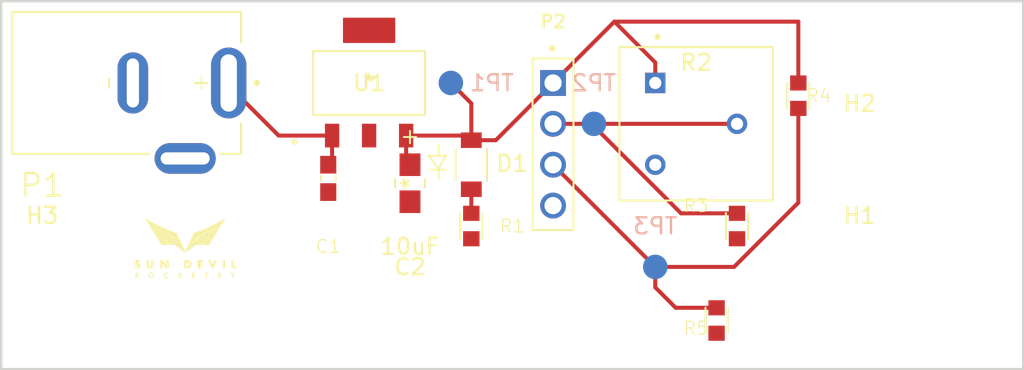
<source format=kicad_pcb>
(kicad_pcb (version 20171130) (host pcbnew "(5.1.10)-1")

  (general
    (thickness 1.6)
    (drawings 4)
    (tracks 31)
    (zones 0)
    (modules 18)
    (nets 8)
  )

  (page A4)
  (layers
    (0 F.Cu signal)
    (31 B.Cu signal)
    (32 B.Adhes user)
    (33 F.Adhes user)
    (34 B.Paste user)
    (35 F.Paste user)
    (36 B.SilkS user)
    (37 F.SilkS user)
    (38 B.Mask user)
    (39 F.Mask user)
    (40 Dwgs.User user)
    (41 Cmts.User user)
    (42 Eco1.User user)
    (43 Eco2.User user)
    (44 Edge.Cuts user)
    (45 Margin user)
    (46 B.CrtYd user)
    (47 F.CrtYd user)
    (48 B.Fab user)
    (49 F.Fab user)
  )

  (setup
    (last_trace_width 0.25)
    (trace_clearance 0.2)
    (zone_clearance 0.508)
    (zone_45_only no)
    (trace_min 0.2)
    (via_size 0.8)
    (via_drill 0.4)
    (via_min_size 0.4)
    (via_min_drill 0.3)
    (uvia_size 0.3)
    (uvia_drill 0.1)
    (uvias_allowed no)
    (uvia_min_size 0.2)
    (uvia_min_drill 0.1)
    (edge_width 0.05)
    (segment_width 0.2)
    (pcb_text_width 0.3)
    (pcb_text_size 1.5 1.5)
    (mod_edge_width 0.12)
    (mod_text_size 1 1)
    (mod_text_width 0.15)
    (pad_size 1.524 1.524)
    (pad_drill 0.762)
    (pad_to_mask_clearance 0)
    (aux_axis_origin 0 0)
    (visible_elements 7FFFFFFF)
    (pcbplotparams
      (layerselection 0x010fc_ffffffff)
      (usegerberextensions false)
      (usegerberattributes true)
      (usegerberadvancedattributes true)
      (creategerberjobfile true)
      (excludeedgelayer true)
      (linewidth 0.100000)
      (plotframeref false)
      (viasonmask false)
      (mode 1)
      (useauxorigin false)
      (hpglpennumber 1)
      (hpglpenspeed 20)
      (hpglpendiameter 15.000000)
      (psnegative false)
      (psa4output false)
      (plotreference true)
      (plotvalue true)
      (plotinvisibletext false)
      (padsonsilk false)
      (subtractmaskfromsilk false)
      (outputformat 1)
      (mirror false)
      (drillshape 1)
      (scaleselection 1)
      (outputdirectory ""))
  )

  (net 0 "")
  (net 1 Earth)
  (net 2 "Net-(C1-Pad2)")
  (net 3 +5V)
  (net 4 "Net-(D1-Pad1)")
  (net 5 Vout-)
  (net 6 Vout+)
  (net 7 "Net-(R2-Pad3)")

  (net_class Default "This is the default net class."
    (clearance 0.2)
    (trace_width 0.25)
    (via_dia 0.8)
    (via_drill 0.4)
    (uvia_dia 0.3)
    (uvia_drill 0.1)
    (add_net +5V)
    (add_net Earth)
    (add_net "Net-(C1-Pad2)")
    (add_net "Net-(D1-Pad1)")
    (add_net "Net-(R2-Pad3)")
    (add_net Vout+)
    (add_net Vout-)
  )

  (module L0003-Wheatstone-Bridge:CAP_0603 (layer F.Cu) (tedit 615A2B70) (tstamp 617F5EC3)
    (at 115.57 87.21 90)
    (descr "1 microFarad Ceramic Capacitor")
    (path /6175EE3B)
    (fp_text reference C1 (at -4.23 0 180) (layer F.SilkS)
      (effects (font (size 0.8 0.8) (thickness 0.0762)))
    )
    (fp_text value 1uF (at -2.96 0 180) (layer F.Fab)
      (effects (font (size 0.473139 0.473139) (thickness 0.0762)))
    )
    (fp_line (start -1.673 -0.783) (end 1.673 -0.783) (layer F.CrtYd) (width 0.0508))
    (fp_line (start 1.673 -0.783) (end 1.673 0.783) (layer F.CrtYd) (width 0.0508))
    (fp_line (start 1.673 0.783) (end -1.673 0.783) (layer F.CrtYd) (width 0.0508))
    (fp_line (start -1.673 0.783) (end -1.673 -0.783) (layer F.CrtYd) (width 0.0508))
    (fp_line (start -0.356 -0.432) (end 0.356 -0.432) (layer F.Fab) (width 0.1016))
    (fp_line (start -0.356 0.419) (end 0.356 0.419) (layer F.Fab) (width 0.1016))
    (fp_poly (pts (xy -0.838606 -0.4801) (xy -0.3381 -0.4801) (xy -0.3381 0.470129) (xy -0.838606 0.470129)) (layer F.Fab) (width 0.01))
    (fp_poly (pts (xy 0.330881 -0.4801) (xy 0.8303 -0.4801) (xy 0.8303 0.470869) (xy 0.330881 0.470869)) (layer F.Fab) (width 0.01))
    (fp_line (start -0.15 -0.45) (end 0.15 -0.45) (layer F.SilkS) (width 0.127))
    (fp_line (start -0.15 0.45) (end 0.15 0.45) (layer F.SilkS) (width 0.127))
    (pad 1 smd rect (at -0.85 0 90) (size 1.1 1) (layers F.Cu F.Paste F.Mask)
      (net 1 Earth))
    (pad 2 smd rect (at 0.85 0 90) (size 1.1 1) (layers F.Cu F.Paste F.Mask)
      (net 2 "Net-(C1-Pad2)"))
    (model C:/Users/gza12/OneDrive/Documents/GitHub/L0003-Wheatstone-Bridge/CAD/3Dfiles/CAP_CL10_SAM.step
      (at (xyz 0 0 0))
      (scale (xyz 1 1 1))
      (rotate (xyz 0 0 0))
    )
  )

  (module L0003-Wheatstone-Bridge:T491A106K010AT (layer F.Cu) (tedit 615A3AF8) (tstamp 617F5EE2)
    (at 120.65 87.509722 270)
    (descr "10 microFarad Tantalum Capacitor")
    (path /6175F910)
    (fp_text reference C2 (at 5.200278 0 180) (layer F.SilkS)
      (effects (font (size 1 1) (thickness 0.15)))
    )
    (fp_text value 10uF (at 3.930278 0 180) (layer F.SilkS)
      (effects (font (size 1 1) (thickness 0.15)))
    )
    (fp_line (start -1.953997 0.903999) (end -2.106397 0.903999) (layer F.CrtYd) (width 0.05))
    (fp_line (start -1.953997 1.053998) (end -1.953997 0.903999) (layer F.CrtYd) (width 0.05))
    (fp_line (start 1.953997 1.053998) (end -1.953997 1.053998) (layer F.CrtYd) (width 0.05))
    (fp_line (start 1.953997 0.903999) (end 1.953997 1.053998) (layer F.CrtYd) (width 0.05))
    (fp_line (start 2.106397 0.903999) (end 1.953997 0.903999) (layer F.CrtYd) (width 0.05))
    (fp_line (start 2.106397 -0.903999) (end 2.106397 0.903999) (layer F.CrtYd) (width 0.05))
    (fp_line (start 1.953997 -0.903999) (end 2.106397 -0.903999) (layer F.CrtYd) (width 0.05))
    (fp_line (start 1.953997 -1.053998) (end 1.953997 -0.903999) (layer F.CrtYd) (width 0.05))
    (fp_line (start -1.953997 -1.053998) (end 1.953997 -1.053998) (layer F.CrtYd) (width 0.05))
    (fp_line (start -1.953997 -0.903999) (end -1.953997 -1.053998) (layer F.CrtYd) (width 0.05))
    (fp_line (start -2.106397 -0.903999) (end -1.953997 -0.903999) (layer F.CrtYd) (width 0.05))
    (fp_line (start -2.106397 0.903999) (end -2.106397 -0.903999) (layer F.CrtYd) (width 0.05))
    (fp_line (start -1.699997 -0.799998) (end -1.699997 0.799998) (layer F.Fab) (width 0.1))
    (fp_line (start 1.699997 -0.799998) (end -1.699997 -0.799998) (layer F.Fab) (width 0.1))
    (fp_line (start 1.699997 0.799998) (end 1.699997 -0.799998) (layer F.Fab) (width 0.1))
    (fp_line (start -1.699997 0.799998) (end 1.699997 0.799998) (layer F.Fab) (width 0.1))
    (fp_line (start 0.262691 -0.926998) (end -0.262691 -0.926998) (layer F.SilkS) (width 0.12))
    (fp_line (start -0.262691 0.926998) (end 0.262691 0.926998) (layer F.SilkS) (width 0.12))
    (fp_line (start -2.869997 -0.381) (end -2.869997 0.381) (layer F.SilkS) (width 0.12))
    (fp_line (start -2.488997 0) (end -3.250997 0) (layer F.SilkS) (width 0.12))
    (fp_line (start -2.869997 -0.381) (end -2.869997 0.381) (layer F.Fab) (width 0.1))
    (fp_line (start -2.488997 0) (end -3.250997 0) (layer F.Fab) (width 0.1))
    (fp_text user "Copyright 2021 Accelerated Designs. All rights reserved." (at 0 0 90) (layer Cmts.User)
      (effects (font (size 0.127 0.127) (thickness 0.002)))
    )
    (fp_text user * (at 0 0 90) (layer F.SilkS)
      (effects (font (size 1 1) (thickness 0.15)))
    )
    (fp_text user * (at 0 0 90) (layer F.Fab)
      (effects (font (size 1 1) (thickness 0.15)))
    )
    (pad 1 smd rect (at -1.149722 0) (size 1.299997 1.405349) (layers F.Cu F.Paste F.Mask)
      (net 3 +5V))
    (pad 2 smd rect (at 1.149722 0) (size 1.299997 1.405349) (layers F.Cu F.Paste F.Mask)
      (net 1 Earth))
    (model C:/Users/gza12/OneDrive/Documents/GitHub/L0003-Wheatstone-Bridge/CAD/3Dfiles/partno.step
      (offset (xyz -1.5 -0.5 1))
      (scale (xyz 1 1 1))
      (rotate (xyz 0 0 0))
    )
  )

  (module L0003-Wheatstone-Bridge:SML-LX1206GC-TR (layer F.Cu) (tedit 615A2C42) (tstamp 617F5F0B)
    (at 124.46 86.36 90)
    (descr "Green LED")
    (path /6176122F)
    (fp_text reference D1 (at 0.0762 2.54 180) (layer F.SilkS)
      (effects (font (size 1 1) (thickness 0.15)))
    )
    (fp_text value SML-LX1206GC-TR (at -17.78 -20.32) (layer F.SilkS) hide
      (effects (font (size 1 1) (thickness 0.15)))
    )
    (fp_circle (center -1.524 0) (end -1.524 0) (layer F.Fab) (width 0.1))
    (fp_line (start -1.905 0.9017) (end -2.2606 0.9017) (layer F.CrtYd) (width 0.05))
    (fp_line (start -1.905 1.1049) (end -1.905 0.9017) (layer F.CrtYd) (width 0.05))
    (fp_line (start 1.905 1.1049) (end -1.905 1.1049) (layer F.CrtYd) (width 0.05))
    (fp_line (start 1.905 0.9017) (end 1.905 1.1049) (layer F.CrtYd) (width 0.05))
    (fp_line (start 2.2606 0.9017) (end 1.905 0.9017) (layer F.CrtYd) (width 0.05))
    (fp_line (start 2.2606 -0.9017) (end 2.2606 0.9017) (layer F.CrtYd) (width 0.05))
    (fp_line (start 1.905 -0.9017) (end 2.2606 -0.9017) (layer F.CrtYd) (width 0.05))
    (fp_line (start 1.905 -1.1049) (end 1.905 -0.9017) (layer F.CrtYd) (width 0.05))
    (fp_line (start -1.905 -1.1049) (end 1.905 -1.1049) (layer F.CrtYd) (width 0.05))
    (fp_line (start -1.905 -0.9017) (end -1.905 -1.1049) (layer F.CrtYd) (width 0.05))
    (fp_line (start -2.2606 -0.9017) (end -1.905 -0.9017) (layer F.CrtYd) (width 0.05))
    (fp_line (start -2.2606 0.9017) (end -2.2606 -0.9017) (layer F.CrtYd) (width 0.05))
    (fp_line (start -1.651 -0.8509) (end -1.651 0.8509) (layer F.Fab) (width 0.1))
    (fp_line (start 1.651 -0.8509) (end -1.651 -0.8509) (layer F.Fab) (width 0.1))
    (fp_line (start 1.651 0.8509) (end 1.651 -0.8509) (layer F.Fab) (width 0.1))
    (fp_line (start -1.651 0.8509) (end 1.651 0.8509) (layer F.Fab) (width 0.1))
    (fp_line (start 1.000365 -0.9779) (end -1.000365 -0.9779) (layer F.SilkS) (width 0.12))
    (fp_line (start -1.000365 0.9779) (end 1.000365 0.9779) (layer F.SilkS) (width 0.12))
    (fp_line (start 1.651 -0.6477) (end 1.651 -0.6477) (layer F.Fab) (width 0.1))
    (fp_line (start 1.651 0.6477) (end 1.651 -0.6477) (layer F.Fab) (width 0.1))
    (fp_line (start 1.651 0.6477) (end 1.651 0.6477) (layer F.Fab) (width 0.1))
    (fp_line (start 1.651 -0.6477) (end 1.651 0.6477) (layer F.Fab) (width 0.1))
    (fp_line (start -1.651 0.6477) (end -1.651 0.6477) (layer F.Fab) (width 0.1))
    (fp_line (start -1.651 -0.6477) (end -1.651 0.6477) (layer F.Fab) (width 0.1))
    (fp_line (start -1.651 -0.6477) (end -1.651 -0.6477) (layer F.Fab) (width 0.1))
    (fp_line (start -1.651 0.6477) (end -1.651 -0.6477) (layer F.Fab) (width 0.1))
    (fp_line (start 1.2192 -2.032) (end 0.5588 -2.032) (layer F.SilkS) (width 0.12))
    (fp_line (start 0.5588 -2.032) (end 0.5588 -2.6416) (layer F.SilkS) (width 0.12))
    (fp_line (start 0.5588 -2.6416) (end -0.254 -2.032) (layer F.SilkS) (width 0.12))
    (fp_line (start 0.5588 -2.032) (end 0.5588 -1.5748) (layer F.SilkS) (width 0.12))
    (fp_line (start 0.5588 -1.5748) (end -0.254 -2.032) (layer F.SilkS) (width 0.12))
    (fp_line (start -0.254 -2.032) (end -0.9144 -2.032) (layer F.SilkS) (width 0.12))
    (fp_line (start -0.3048 -2.5908) (end -0.3048 -1.5748) (layer F.SilkS) (width 0.12))
    (fp_text user "Copyright 2021 Accelerated Designs. All rights reserved." (at 0 0 90) (layer Cmts.User) hide
      (effects (font (size 0.127 0.127) (thickness 0.002)))
    )
    (pad 1 smd rect (at -1.524 0 90) (size 0.9652 1.2954) (layers F.Cu F.Paste F.Mask)
      (net 4 "Net-(D1-Pad1)"))
    (pad 2 smd rect (at 1.524 0 90) (size 0.9652 1.2954) (layers F.Cu F.Paste F.Mask)
      (net 3 +5V))
    (model C:/Users/gza12/OneDrive/Documents/GitHub/L0003-Wheatstone-Bridge/CAD/3Dfiles/SML-LX1206GC-TR.step
      (at (xyz 0 0 0))
      (scale (xyz 1 1 1))
      (rotate (xyz 0 0 0))
    )
  )

  (module L0003-Wheatstone-Bridge:MountingHole_2.1mm (layer F.Cu) (tedit 5B924765) (tstamp 617F5F13)
    (at 148.59 92.71)
    (descr "Mounting Hole 2.1mm, no annular")
    (tags "mounting hole 2.1mm no annular")
    (path /61793FCB)
    (attr virtual)
    (fp_text reference H1 (at 0 -3.2) (layer F.SilkS)
      (effects (font (size 1 1) (thickness 0.15)))
    )
    (fp_text value Mounting-Hole (at 0 3.2) (layer F.Fab) hide
      (effects (font (size 1 1) (thickness 0.15)))
    )
    (fp_circle (center 0 0) (end 2.1 0) (layer Cmts.User) (width 0.15))
    (fp_circle (center 0 0) (end 2.35 0) (layer F.CrtYd) (width 0.05))
    (fp_text user %R (at 0.3 0) (layer F.Fab)
      (effects (font (size 1 1) (thickness 0.15)))
    )
    (pad "" np_thru_hole circle (at 0 0) (size 2.1 2.1) (drill 2.1) (layers *.Cu *.Mask))
  )

  (module L0003-Wheatstone-Bridge:MountingHole_2.1mm (layer F.Cu) (tedit 5B924765) (tstamp 617F5F1B)
    (at 148.59 78.74)
    (descr "Mounting Hole 2.1mm, no annular")
    (tags "mounting hole 2.1mm no annular")
    (path /617947D8)
    (attr virtual)
    (fp_text reference H2 (at 0 3.81) (layer F.SilkS)
      (effects (font (size 1 1) (thickness 0.15)))
    )
    (fp_text value Mounting-Hole (at 2.54 6.35) (layer F.Fab) hide
      (effects (font (size 1 1) (thickness 0.15)))
    )
    (fp_circle (center 0 0) (end 2.35 0) (layer F.CrtYd) (width 0.05))
    (fp_circle (center 0 0) (end 2.1 0) (layer Cmts.User) (width 0.15))
    (fp_text user %R (at 0.3 0) (layer F.Fab)
      (effects (font (size 1 1) (thickness 0.15)))
    )
    (pad "" np_thru_hole circle (at 0 0) (size 2.1 2.1) (drill 2.1) (layers *.Cu *.Mask))
  )

  (module L0003-Wheatstone-Bridge:MountingHole_2.1mm (layer F.Cu) (tedit 5B924765) (tstamp 617F5F23)
    (at 97.79 92.71)
    (descr "Mounting Hole 2.1mm, no annular")
    (tags "mounting hole 2.1mm no annular")
    (path /617992D5)
    (attr virtual)
    (fp_text reference H3 (at 0 -3.2) (layer F.SilkS)
      (effects (font (size 1 1) (thickness 0.15)))
    )
    (fp_text value Mounting-Hole (at 3.81 3.2) (layer F.Fab) hide
      (effects (font (size 1 1) (thickness 0.15)))
    )
    (fp_circle (center 0 0) (end 2.1 0) (layer Cmts.User) (width 0.15))
    (fp_circle (center 0 0) (end 2.35 0) (layer F.CrtYd) (width 0.05))
    (fp_text user %R (at 0.3 0) (layer F.Fab)
      (effects (font (size 1 1) (thickness 0.15)))
    )
    (pad "" np_thru_hole circle (at 0 0) (size 2.1 2.1) (drill 2.1) (layers *.Cu *.Mask))
  )

  (module L0003-Wheatstone-Bridge:logo2 (layer F.Cu) (tedit 0) (tstamp 617F5F40)
    (at 106.68 91.44)
    (path /6179FC65)
    (fp_text reference LOGO1 (at 5.08 3.81) (layer F.SilkS) hide
      (effects (font (size 1.524 1.524) (thickness 0.3)))
    )
    (fp_text value Logo (at 6.35 1.27) (layer F.SilkS) hide
      (effects (font (size 1.524 1.524) (thickness 0.3)))
    )
    (fp_poly (pts (xy -2.085302 1.632937) (xy -2.067738 1.634957) (xy -2.052425 1.63884) (xy -2.043495 1.642076)
      (xy -2.017179 1.656241) (xy -1.992013 1.676754) (xy -1.970162 1.701558) (xy -1.954816 1.726454)
      (xy -1.948542 1.73978) (xy -1.944524 1.750736) (xy -1.942271 1.76193) (xy -1.941291 1.775972)
      (xy -1.941089 1.795471) (xy -1.941096 1.799092) (xy -1.941365 1.819999) (xy -1.942352 1.835011)
      (xy -1.944514 1.846696) (xy -1.948307 1.857623) (xy -1.953536 1.869017) (xy -1.970983 1.896762)
      (xy -1.994353 1.922029) (xy -2.02121 1.942385) (xy -2.034116 1.949456) (xy -2.048257 1.955611)
      (xy -2.061401 1.959474) (xy -2.076579 1.961666) (xy -2.096822 1.962809) (xy -2.099733 1.962905)
      (xy -2.127182 1.962775) (xy -2.148587 1.960575) (xy -2.157789 1.958359) (xy -2.191539 1.942958)
      (xy -2.222197 1.919719) (xy -2.23247 1.909451) (xy -2.25388 1.880845) (xy -2.267946 1.84955)
      (xy -2.274898 1.816659) (xy -2.274953 1.790273) (xy -2.234377 1.790273) (xy -2.232354 1.82239)
      (xy -2.222797 1.852177) (xy -2.206125 1.878648) (xy -2.182753 1.90082) (xy -2.162153 1.913496)
      (xy -2.148016 1.920255) (xy -2.136752 1.924091) (xy -2.12504 1.925643) (xy -2.109559 1.925552)
      (xy -2.10146 1.925193) (xy -2.081344 1.923599) (xy -2.06656 1.920642) (xy -2.053993 1.915573)
      (xy -2.048189 1.912378) (xy -2.024848 1.894882) (xy -2.004199 1.872286) (xy -1.989009 1.847649)
      (xy -1.988368 1.846251) (xy -1.980883 1.820488) (xy -1.979358 1.791811) (xy -1.983712 1.763239)
      (xy -1.991223 1.742782) (xy -2.009109 1.715141) (xy -2.032189 1.693465) (xy -2.059288 1.678284)
      (xy -2.089233 1.670124) (xy -2.120847 1.669513) (xy -2.144149 1.674091) (xy -2.166602 1.684182)
      (xy -2.188544 1.700277) (xy -2.207853 1.72029) (xy -2.222407 1.742141) (xy -2.228451 1.756811)
      (xy -2.234377 1.790273) (xy -2.274953 1.790273) (xy -2.274968 1.783269) (xy -2.268384 1.750472)
      (xy -2.255378 1.719364) (xy -2.236179 1.69104) (xy -2.211019 1.666593) (xy -2.180126 1.647118)
      (xy -2.176952 1.64559) (xy -2.16237 1.639134) (xy -2.150241 1.635167) (xy -2.137548 1.633105)
      (xy -2.121269 1.632365) (xy -2.1082 1.632314) (xy -2.085302 1.632937)) (layer F.SilkS) (width 0.01))
    (fp_poly (pts (xy -1.129233 1.632563) (xy -1.11493 1.633993) (xy -1.102799 1.637102) (xy -1.089695 1.642553)
      (xy -1.082175 1.646176) (xy -1.0541 1.659997) (xy -1.0541 1.685132) (xy -1.05467 1.700612)
      (xy -1.056775 1.708306) (xy -1.061002 1.70884) (xy -1.06794 1.702842) (xy -1.069319 1.701342)
      (xy -1.084008 1.689576) (xy -1.104155 1.679385) (xy -1.126757 1.67205) (xy -1.145034 1.669064)
      (xy -1.17503 1.670822) (xy -1.203659 1.680239) (xy -1.229635 1.696507) (xy -1.25167 1.718818)
      (xy -1.26848 1.746365) (xy -1.268611 1.746649) (xy -1.274345 1.760615) (xy -1.277341 1.773018)
      (xy -1.278179 1.787424) (xy -1.277692 1.802616) (xy -1.27483 1.828706) (xy -1.268388 1.84991)
      (xy -1.257092 1.869488) (xy -1.24609 1.883418) (xy -1.224492 1.90407) (xy -1.200628 1.917359)
      (xy -1.172605 1.924222) (xy -1.161561 1.925274) (xy -1.133113 1.924874) (xy -1.108602 1.919038)
      (xy -1.085057 1.906856) (xy -1.072675 1.898068) (xy -1.053689 1.883576) (xy -1.054953 1.910045)
      (xy -1.056216 1.936514) (xy -1.08097 1.949154) (xy -1.094694 1.955558) (xy -1.107201 1.959532)
      (xy -1.12156 1.961746) (xy -1.140836 1.962867) (xy -1.14447 1.962986) (xy -1.168938 1.96287)
      (xy -1.189015 1.961048) (xy -1.20015 1.958569) (xy -1.236048 1.942554) (xy -1.26652 1.920244)
      (xy -1.291114 1.892032) (xy -1.305584 1.866912) (xy -1.312087 1.852103) (xy -1.315996 1.839484)
      (xy -1.317952 1.825827) (xy -1.318596 1.807904) (xy -1.31863 1.801283) (xy -1.315513 1.763056)
      (xy -1.305753 1.729694) (xy -1.288912 1.700298) (xy -1.264549 1.673971) (xy -1.250849 1.662759)
      (xy -1.228107 1.647972) (xy -1.20485 1.638447) (xy -1.178566 1.63343) (xy -1.14885 1.632152)
      (xy -1.129233 1.632563)) (layer F.SilkS) (width 0.01))
    (fp_poly (pts (xy -2.999701 1.639951) (xy -2.97114 1.645137) (xy -2.949132 1.654205) (xy -2.93303 1.667501)
      (xy -2.922189 1.685375) (xy -2.917134 1.701929) (xy -2.914624 1.730043) (xy -2.91894 1.756214)
      (xy -2.92941 1.779185) (xy -2.945363 1.797698) (xy -2.966125 1.810495) (xy -2.977091 1.814112)
      (xy -2.985481 1.816817) (xy -2.988733 1.818999) (xy -2.986391 1.822905) (xy -2.979875 1.832578)
      (xy -2.969955 1.846908) (xy -2.957396 1.864787) (xy -2.942969 1.885106) (xy -2.94289 1.885215)
      (xy -2.928207 1.905838) (xy -2.915135 1.924294) (xy -2.904508 1.939395) (xy -2.897161 1.949955)
      (xy -2.893957 1.954742) (xy -2.89432 1.957827) (xy -2.900717 1.959496) (xy -2.914302 1.960031)
      (xy -2.915614 1.960033) (xy -2.940361 1.960033) (xy -2.988478 1.890183) (xy -3.003298 1.868918)
      (xy -3.016626 1.850261) (xy -3.027686 1.835264) (xy -3.035698 1.824979) (xy -3.039885 1.820455)
      (xy -3.040181 1.820333) (xy -3.041374 1.824334) (xy -3.042399 1.835405) (xy -3.043184 1.852153)
      (xy -3.043658 1.873181) (xy -3.043766 1.890183) (xy -3.043766 1.960033) (xy -3.081866 1.960033)
      (xy -3.081866 1.782233) (xy -3.043766 1.782233) (xy -3.022686 1.782233) (xy -3.005868 1.780739)
      (xy -2.989129 1.776998) (xy -2.984423 1.775358) (xy -2.96864 1.765167) (xy -2.958716 1.750793)
      (xy -2.954494 1.73401) (xy -2.955815 1.71659) (xy -2.962521 1.700309) (xy -2.974456 1.686939)
      (xy -2.991461 1.678255) (xy -2.993099 1.677799) (xy -3.008874 1.674556) (xy -3.024515 1.672663)
      (xy -3.027891 1.672507) (xy -3.043766 1.672167) (xy -3.043766 1.782233) (xy -3.081866 1.782233)
      (xy -3.081866 1.6383) (xy -3.035459 1.6383) (xy -2.999701 1.639951)) (layer F.SilkS) (width 0.01))
    (fp_poly (pts (xy -0.364067 1.767314) (xy -0.234851 1.6383) (xy -0.180005 1.6383) (xy -0.254728 1.713442)
      (xy -0.329451 1.788583) (xy -0.253751 1.871133) (xy -0.23356 1.893261) (xy -0.215389 1.913387)
      (xy -0.199989 1.930662) (xy -0.188111 1.944237) (xy -0.180507 1.953262) (xy -0.177925 1.956858)
      (xy -0.18171 1.958495) (xy -0.191707 1.959621) (xy -0.204258 1.959979) (xy -0.230717 1.959925)
      (xy -0.294217 1.88811) (xy -0.31259 1.867478) (xy -0.329157 1.849155) (xy -0.343085 1.83404)
      (xy -0.353538 1.823034) (xy -0.359682 1.817037) (xy -0.360892 1.816197) (xy -0.361933 1.820168)
      (xy -0.362831 1.831233) (xy -0.363525 1.848021) (xy -0.363955 1.869158) (xy -0.364067 1.888067)
      (xy -0.364067 1.960033) (xy -0.4064 1.960033) (xy -0.4064 1.6383) (xy -0.364067 1.6383)
      (xy -0.364067 1.767314)) (layer F.SilkS) (width 0.01))
    (fp_poly (pts (xy 0.613834 1.672167) (xy 0.486834 1.672167) (xy 0.486834 1.7653) (xy 0.6096 1.7653)
      (xy 0.6096 1.8034) (xy 0.486834 1.8034) (xy 0.486834 1.921933) (xy 0.613834 1.921933)
      (xy 0.613834 1.960033) (xy 0.4445 1.960033) (xy 0.4445 1.6383) (xy 0.613834 1.6383)
      (xy 0.613834 1.672167)) (layer F.SilkS) (width 0.01))
    (fp_poly (pts (xy 1.430867 1.672167) (xy 1.354667 1.672167) (xy 1.354667 1.960033) (xy 1.312334 1.960033)
      (xy 1.312334 1.672167) (xy 1.236134 1.672167) (xy 1.236134 1.6383) (xy 1.430867 1.6383)
      (xy 1.430867 1.672167)) (layer F.SilkS) (width 0.01))
    (fp_poly (pts (xy 2.10938 1.638923) (xy 2.132341 1.639775) (xy 2.148917 1.641022) (xy 2.161191 1.643011)
      (xy 2.171243 1.646091) (xy 2.181157 1.650612) (xy 2.182118 1.651104) (xy 2.201828 1.665199)
      (xy 2.214839 1.683982) (xy 2.221424 1.707953) (xy 2.222407 1.724691) (xy 2.219052 1.753907)
      (xy 2.209166 1.777759) (xy 2.192678 1.796359) (xy 2.169516 1.80982) (xy 2.166467 1.811026)
      (xy 2.147359 1.818279) (xy 2.195494 1.885981) (xy 2.21031 1.906983) (xy 2.223279 1.92568)
      (xy 2.233651 1.940966) (xy 2.240678 1.951733) (xy 2.243607 1.956874) (xy 2.243648 1.957069)
      (xy 2.239836 1.958697) (xy 2.229955 1.959402) (xy 2.219733 1.959186) (xy 2.195799 1.957917)
      (xy 2.148824 1.889283) (xy 2.134237 1.868187) (xy 2.12117 1.849701) (xy 2.1104 1.834891)
      (xy 2.102704 1.824823) (xy 2.098859 1.820563) (xy 2.098675 1.820491) (xy 2.097619 1.824437)
      (xy 2.096711 1.835459) (xy 2.096016 1.852164) (xy 2.095596 1.873163) (xy 2.0955 1.890183)
      (xy 2.0955 1.960033) (xy 2.0574 1.960033) (xy 2.0574 1.782233) (xy 2.0955 1.782233)
      (xy 2.117725 1.782227) (xy 2.13513 1.78061) (xy 2.150972 1.776462) (xy 2.154767 1.774818)
      (xy 2.170309 1.762634) (xy 2.180065 1.745636) (xy 2.182843 1.726122) (xy 2.182383 1.72161)
      (xy 2.177811 1.703496) (xy 2.16952 1.690556) (xy 2.156233 1.681798) (xy 2.136677 1.676228)
      (xy 2.121249 1.673986) (xy 2.0955 1.671073) (xy 2.0955 1.782233) (xy 2.0574 1.782233)
      (xy 2.0574 1.637429) (xy 2.10938 1.638923)) (layer F.SilkS) (width 0.01))
    (fp_poly (pts (xy 2.877293 1.638576) (xy 2.88264 1.640104) (xy 2.887839 1.644031) (xy 2.893708 1.65126)
      (xy 2.901061 1.662697) (xy 2.910716 1.679243) (xy 2.923489 1.701803) (xy 2.930098 1.713499)
      (xy 2.942918 1.73594) (xy 2.952357 1.751805) (xy 2.959063 1.761965) (xy 2.963683 1.76729)
      (xy 2.966865 1.768652) (xy 2.969257 1.766921) (xy 2.96953 1.766535) (xy 2.973317 1.760346)
      (xy 2.980408 1.748241) (xy 2.989959 1.731681) (xy 3.001124 1.712129) (xy 3.007813 1.700333)
      (xy 3.019421 1.680239) (xy 3.029916 1.662861) (xy 3.038473 1.649505) (xy 3.04427 1.641474)
      (xy 3.046083 1.639754) (xy 3.053174 1.638836) (xy 3.065062 1.638819) (xy 3.07063 1.639105)
      (xy 3.090067 1.640417) (xy 3.037395 1.731433) (xy 2.984723 1.82245) (xy 2.984611 1.891242)
      (xy 2.9845 1.960033) (xy 2.9464 1.960033) (xy 2.9464 1.824372) (xy 2.893713 1.732394)
      (xy 2.841026 1.640417) (xy 2.862893 1.639105) (xy 2.870983 1.638544) (xy 2.877293 1.638576)) (layer F.SilkS) (width 0.01))
    (fp_poly (pts (xy -2.941447 0.837127) (xy -2.914951 0.839813) (xy -2.893483 0.844225) (xy -2.871804 0.850652)
      (xy -2.851657 0.857826) (xy -2.83457 0.865077) (xy -2.822068 0.871734) (xy -2.815677 0.877127)
      (xy -2.815166 0.87862) (xy -2.817049 0.884238) (xy -2.822196 0.895728) (xy -2.829861 0.911506)
      (xy -2.839293 0.92999) (xy -2.84102 0.933289) (xy -2.866874 0.982512) (xy -2.878062 0.975073)
      (xy -2.906157 0.959512) (xy -2.933054 0.950655) (xy -2.957846 0.948604) (xy -2.979623 0.953461)
      (xy -2.993848 0.962042) (xy -3.002651 0.972019) (xy -3.007997 0.982912) (xy -3.008058 0.983163)
      (xy -3.008615 0.991789) (xy -3.004759 0.999888) (xy -2.996586 1.008994) (xy -2.987686 1.016411)
      (xy -2.975868 1.023186) (xy -2.959416 1.030137) (xy -2.936615 1.038083) (xy -2.933693 1.039038)
      (xy -2.900959 1.050379) (xy -2.875028 1.061096) (xy -2.854352 1.071984) (xy -2.837386 1.083836)
      (xy -2.825386 1.094602) (xy -2.810738 1.112601) (xy -2.801004 1.133426) (xy -2.795627 1.158755)
      (xy -2.79405 1.189262) (xy -2.797139 1.230705) (xy -2.806408 1.26644) (xy -2.822049 1.296743)
      (xy -2.84425 1.32189) (xy -2.873202 1.342154) (xy -2.909094 1.357812) (xy -2.910721 1.358361)
      (xy -2.933454 1.363942) (xy -2.961224 1.367754) (xy -2.990741 1.369561) (xy -3.018718 1.369128)
      (xy -3.035852 1.367329) (xy -3.0534 1.363773) (xy -3.073555 1.358566) (xy -3.086652 1.35456)
      (xy -3.101757 1.348817) (xy -3.118931 1.34122) (xy -3.136179 1.332788) (xy -3.151508 1.324541)
      (xy -3.162925 1.317497) (xy -3.16837 1.312786) (xy -3.167083 1.308415) (xy -3.162651 1.29822)
      (xy -3.1559 1.283852) (xy -3.147658 1.266964) (xy -3.13875 1.249208) (xy -3.130004 1.232237)
      (xy -3.122246 1.217703) (xy -3.116302 1.207259) (xy -3.113473 1.203034) (xy -3.10973 1.204551)
      (xy -3.101167 1.209859) (xy -3.091806 1.216286) (xy -3.06645 1.232806) (xy -3.044085 1.243699)
      (xy -3.02239 1.249926) (xy -3.005286 1.252104) (xy -2.985926 1.252557) (xy -2.971445 1.250355)
      (xy -2.961708 1.246666) (xy -2.946352 1.235817) (xy -2.937036 1.221749) (xy -2.934283 1.206269)
      (xy -2.938613 1.191186) (xy -2.943702 1.184244) (xy -2.951581 1.176761) (xy -2.960955 1.170337)
      (xy -2.973376 1.164243) (xy -2.990399 1.157755) (xy -3.013577 1.150144) (xy -3.022591 1.14734)
      (xy -3.05692 1.135741) (xy -3.084007 1.124088) (xy -3.105045 1.11162) (xy -3.121227 1.097572)
      (xy -3.133749 1.081184) (xy -3.138134 1.073551) (xy -3.14226 1.064637) (xy -3.144954 1.05512)
      (xy -3.146506 1.042934) (xy -3.147201 1.026017) (xy -3.147335 1.007533) (xy -3.147056 0.984409)
      (xy -3.146005 0.967335) (xy -3.143864 0.953907) (xy -3.140312 0.941721) (xy -3.137656 0.934713)
      (xy -3.120968 0.904318) (xy -3.097155 0.878235) (xy -3.066595 0.856854) (xy -3.057413 0.852025)
      (xy -3.043541 0.845306) (xy -3.03266 0.840807) (xy -3.022452 0.838089) (xy -3.010599 0.836712)
      (xy -2.994785 0.836235) (xy -2.974136 0.836216) (xy -2.941447 0.837127)) (layer F.SilkS) (width 0.01))
    (fp_poly (pts (xy -2.263996 1.017183) (xy -2.262717 1.187699) (xy -2.252029 1.208455) (xy -2.237931 1.228161)
      (xy -2.219137 1.241175) (xy -2.195146 1.247771) (xy -2.178442 1.248764) (xy -2.157862 1.247201)
      (xy -2.141594 1.242089) (xy -2.136115 1.239239) (xy -2.126018 1.232887) (xy -2.117554 1.225857)
      (xy -2.110581 1.217379) (xy -2.104956 1.206686) (xy -2.100535 1.193011) (xy -2.097178 1.175585)
      (xy -2.094741 1.153641) (xy -2.093082 1.12641) (xy -2.092058 1.093126) (xy -2.091526 1.05302)
      (xy -2.091346 1.005325) (xy -2.09134 0.998008) (xy -2.091266 0.846667) (xy -1.9558 0.846667)
      (xy -1.955835 1.004358) (xy -1.955974 1.055298) (xy -1.956404 1.0986) (xy -1.957182 1.135087)
      (xy -1.958362 1.165587) (xy -1.960001 1.190922) (xy -1.962154 1.211919) (xy -1.964877 1.229401)
      (xy -1.968227 1.244195) (xy -1.972257 1.257124) (xy -1.973072 1.259349) (xy -1.987596 1.28678)
      (xy -2.009138 1.311869) (xy -2.036337 1.333505) (xy -2.067833 1.350577) (xy -2.097101 1.360704)
      (xy -2.117781 1.364663) (xy -2.143743 1.367572) (xy -2.171846 1.369263) (xy -2.198951 1.369564)
      (xy -2.221918 1.368308) (xy -2.226733 1.367717) (xy -2.269386 1.358379) (xy -2.306712 1.343381)
      (xy -2.338246 1.323032) (xy -2.363522 1.297637) (xy -2.382072 1.267502) (xy -2.383197 1.265019)
      (xy -2.387205 1.25495) (xy -2.390548 1.2439) (xy -2.393284 1.23104) (xy -2.39547 1.215542)
      (xy -2.397164 1.196575) (xy -2.398423 1.173313) (xy -2.399306 1.144924) (xy -2.399869 1.110581)
      (xy -2.40017 1.069455) (xy -2.400268 1.020716) (xy -2.400268 1.019175) (xy -2.4003 0.846667)
      (xy -2.265276 0.846667) (xy -2.263996 1.017183)) (layer F.SilkS) (width 0.01))
    (fp_poly (pts (xy -1.288854 0.998792) (xy -1.170516 1.150918) (xy -1.169405 0.998792) (xy -1.168294 0.846667)
      (xy -1.032933 0.846667) (xy -1.032933 1.354667) (xy -1.171244 1.354667) (xy -1.287297 1.204988)
      (xy -1.40335 1.05531) (xy -1.404462 1.204988) (xy -1.405573 1.354667) (xy -1.540933 1.354667)
      (xy -1.540933 0.846667) (xy -1.407191 0.846667) (xy -1.288854 0.998792)) (layer F.SilkS) (width 0.01))
    (fp_poly (pts (xy 0.056092 0.84674) (xy 0.096365 0.846953) (xy 0.129467 0.847659) (xy 0.15669 0.849047)
      (xy 0.179325 0.851306) (xy 0.198662 0.854626) (xy 0.215992 0.859196) (xy 0.232606 0.865206)
      (xy 0.249796 0.872846) (xy 0.256707 0.876197) (xy 0.293329 0.898728) (xy 0.325918 0.927696)
      (xy 0.353357 0.961734) (xy 0.374524 0.99948) (xy 0.38723 1.035271) (xy 0.390367 1.052208)
      (xy 0.392626 1.074096) (xy 0.393668 1.097438) (xy 0.3937 1.102003) (xy 0.391283 1.144715)
      (xy 0.383552 1.182048) (xy 0.369793 1.215732) (xy 0.349288 1.2475) (xy 0.321321 1.279082)
      (xy 0.319813 1.28059) (xy 0.291885 1.305894) (xy 0.266455 1.323697) (xy 0.258234 1.328139)
      (xy 0.242766 1.335521) (xy 0.228496 1.341401) (xy 0.214197 1.345949) (xy 0.19864 1.349332)
      (xy 0.180597 1.351718) (xy 0.158842 1.353276) (xy 0.132145 1.354174) (xy 0.099279 1.354581)
      (xy 0.064727 1.354667) (xy -0.0508 1.354667) (xy -0.0508 1.241428) (xy 0.084667 1.241428)
      (xy 0.120602 1.239542) (xy 0.14091 1.237937) (xy 0.156508 1.234997) (xy 0.171143 1.229765)
      (xy 0.184972 1.223136) (xy 0.212313 1.205093) (xy 0.232712 1.182347) (xy 0.24627 1.154724)
      (xy 0.253087 1.12205) (xy 0.254 1.102783) (xy 0.250452 1.067659) (xy 0.240044 1.036508)
      (xy 0.223133 1.010044) (xy 0.200076 0.98898) (xy 0.195683 0.986059) (xy 0.179665 0.976966)
      (xy 0.163692 0.970637) (xy 0.145112 0.966298) (xy 0.121275 0.963174) (xy 0.115359 0.9626)
      (xy 0.084667 0.959751) (xy 0.084667 1.241428) (xy -0.0508 1.241428) (xy -0.0508 0.846667)
      (xy 0.056092 0.84674)) (layer F.SilkS) (width 0.01))
    (fp_poly (pts (xy 1.0795 0.960967) (xy 0.922867 0.960967) (xy 0.922867 1.0414) (xy 1.071034 1.0414)
      (xy 1.071034 1.159933) (xy 0.922867 1.159933) (xy 0.922867 1.240367) (xy 1.0795 1.240367)
      (xy 1.0795 1.354667) (xy 0.7874 1.354667) (xy 0.7874 0.846667) (xy 1.0795 0.846667)
      (xy 1.0795 0.960967)) (layer F.SilkS) (width 0.01))
    (fp_poly (pts (xy 1.925963 0.846722) (xy 1.945274 0.846966) (xy 1.958347 0.847513) (xy 1.966299 0.848478)
      (xy 1.970242 0.849978) (xy 1.971291 0.852127) (xy 1.970902 0.854075) (xy 1.968852 0.859181)
      (xy 1.963757 0.871387) (xy 1.955907 0.890011) (xy 1.945592 0.914369) (xy 1.933102 0.94378)
      (xy 1.918726 0.97756) (xy 1.902755 1.015029) (xy 1.885478 1.055502) (xy 1.867185 1.098298)
      (xy 1.863456 1.107017) (xy 1.758412 1.35255) (xy 1.648884 1.354638) (xy 1.545167 1.107093)
      (xy 1.52701 1.063708) (xy 1.509822 1.022543) (xy 1.493883 0.984276) (xy 1.479474 0.949586)
      (xy 1.466877 0.919153) (xy 1.456372 0.893656) (xy 1.44824 0.873773) (xy 1.442763 0.860184)
      (xy 1.440221 0.853568) (xy 1.440081 0.853107) (xy 1.440547 0.850753) (xy 1.443826 0.849042)
      (xy 1.45101 0.847878) (xy 1.463194 0.847162) (xy 1.481471 0.846797) (xy 1.506934 0.846685)
      (xy 1.512048 0.846684) (xy 1.585384 0.846702) (xy 1.644611 0.996795) (xy 1.657878 1.030184)
      (xy 1.670233 1.060836) (xy 1.681327 1.087919) (xy 1.690812 1.110598) (xy 1.698337 1.128041)
      (xy 1.703554 1.139413) (xy 1.706112 1.143881) (xy 1.706265 1.143886) (xy 1.708323 1.139396)
      (xy 1.71313 1.127917) (xy 1.720327 1.110334) (xy 1.729554 1.087533) (xy 1.740454 1.060402)
      (xy 1.752668 1.029826) (xy 1.765837 0.996691) (xy 1.766993 0.993775) (xy 1.825295 0.846667)
      (xy 1.8993 0.846667) (xy 1.925963 0.846722)) (layer F.SilkS) (width 0.01))
    (fp_poly (pts (xy 2.472267 1.354667) (xy 2.3368 1.354667) (xy 2.3368 0.846667) (xy 2.472267 0.846667)
      (xy 2.472267 1.354667)) (layer F.SilkS) (width 0.01))
    (fp_poly (pts (xy 3.0226 1.240367) (xy 3.183467 1.240367) (xy 3.183467 1.354667) (xy 2.887133 1.354667)
      (xy 2.887133 0.846667) (xy 3.0226 0.846667) (xy 3.0226 1.240367)) (layer F.SilkS) (width 0.01))
    (fp_poly (pts (xy -2.473285 -1.742143) (xy -2.463216 -1.736851) (xy -2.449685 -1.729272) (xy -2.445173 -1.726668)
      (xy -2.428988 -1.71727) (xy -2.41381 -1.708471) (xy -2.402567 -1.701966) (xy -2.401358 -1.701268)
      (xy -2.38749 -1.693265) (xy -2.373842 -1.685383) (xy -2.365751 -1.680735) (xy -2.351783 -1.672741)
      (xy -2.333419 -1.662247) (xy -2.312138 -1.650097) (xy -2.29235 -1.63881) (xy -2.27039 -1.626259)
      (xy -2.250693 -1.614948) (xy -2.234554 -1.605624) (xy -2.223271 -1.599038) (xy -2.218267 -1.596021)
      (xy -2.210411 -1.591363) (xy -2.19924 -1.585256) (xy -2.1971 -1.584132) (xy -2.187756 -1.579098)
      (xy -2.173015 -1.570968) (xy -2.154838 -1.560832) (xy -2.13519 -1.549779) (xy -2.1336 -1.54888)
      (xy -2.113923 -1.537824) (xy -2.09556 -1.527632) (xy -2.08047 -1.519384) (xy -2.070614 -1.514161)
      (xy -2.0701 -1.5139) (xy -2.058001 -1.507628) (xy -2.047827 -1.502053) (xy -2.046816 -1.501465)
      (xy -2.040036 -1.497671) (xy -2.027458 -1.490805) (xy -2.010757 -1.481775) (xy -1.991609 -1.471491)
      (xy -1.98755 -1.469319) (xy -1.967111 -1.45837) (xy -1.947805 -1.447991) (xy -1.93166 -1.439276)
      (xy -1.920707 -1.433318) (xy -1.919816 -1.432829) (xy -1.902662 -1.423594) (xy -1.878991 -1.411165)
      (xy -1.849884 -1.396087) (xy -1.81642 -1.378906) (xy -1.779679 -1.360165) (xy -1.740741 -1.340409)
      (xy -1.700686 -1.320185) (xy -1.660594 -1.300036) (xy -1.621545 -1.280508) (xy -1.584618 -1.262145)
      (xy -1.550894 -1.245492) (xy -1.521452 -1.231096) (xy -1.497373 -1.219499) (xy -1.49225 -1.217069)
      (xy -1.454767 -1.199493) (xy -1.411562 -1.179452) (xy -1.364666 -1.157882) (xy -1.316113 -1.13572)
      (xy -1.27635 -1.117697) (xy -1.22464 -1.094748) (xy -1.168299 -1.070461) (xy -1.109761 -1.045849)
      (xy -1.051457 -1.02192) (xy -0.99582 -0.999685) (xy -0.945281 -0.980153) (xy -0.944033 -0.979682)
      (xy -0.922148 -0.971376) (xy -0.90256 -0.963868) (xy -0.886877 -0.95778) (xy -0.876705 -0.953733)
      (xy -0.874183 -0.952666) (xy -0.86182 -0.94764) (xy -0.842697 -0.94058) (xy -0.818154 -0.931924)
      (xy -0.789529 -0.922112) (xy -0.75816 -0.911582) (xy -0.725387 -0.900772) (xy -0.692547 -0.890121)
      (xy -0.660979 -0.880069) (xy -0.632022 -0.871052) (xy -0.607015 -0.86351) (xy -0.587295 -0.857882)
      (xy -0.576403 -0.855093) (xy -0.55379 -0.849869) (xy -0.517783 -0.775243) (xy -0.504066 -0.746866)
      (xy -0.487993 -0.713698) (xy -0.47093 -0.678556) (xy -0.454245 -0.644252) (xy -0.440448 -0.61595)
      (xy -0.426946 -0.588247) (xy -0.413347 -0.560276) (xy -0.400565 -0.533918) (xy -0.389511 -0.511054)
      (xy -0.381098 -0.493565) (xy -0.379903 -0.491067) (xy -0.371312 -0.47309) (xy -0.360213 -0.449867)
      (xy -0.347751 -0.423791) (xy -0.335068 -0.397254) (xy -0.328311 -0.383117) (xy -0.315624 -0.356723)
      (xy -0.3005 -0.325494) (xy -0.284273 -0.292174) (xy -0.268279 -0.259506) (xy -0.255918 -0.234406)
      (xy -0.244064 -0.210204) (xy -0.233604 -0.18844) (xy -0.225091 -0.170297) (xy -0.219077 -0.156957)
      (xy -0.216114 -0.149605) (xy -0.2159 -0.148681) (xy -0.212969 -0.144165) (xy -0.211667 -0.143933)
      (xy -0.207726 -0.140594) (xy -0.207433 -0.138679) (xy -0.20567 -0.132566) (xy -0.201005 -0.121158)
      (xy -0.194372 -0.106708) (xy -0.192942 -0.103754) (xy -0.186436 -0.090378) (xy -0.177141 -0.071189)
      (xy -0.165935 -0.048008) (xy -0.153698 -0.022653) (xy -0.141762 0.002116) (xy -0.127388 0.031901)
      (xy -0.111315 0.065097) (xy -0.095012 0.098672) (xy -0.079951 0.129597) (xy -0.071587 0.146713)
      (xy -0.060824 0.168942) (xy -0.051498 0.188675) (xy -0.044207 0.204609) (xy -0.039547 0.215438)
      (xy -0.0381 0.219738) (xy -0.035107 0.224163) (xy -0.033867 0.224366) (xy -0.02989 0.227685)
      (xy -0.029633 0.229413) (xy -0.027895 0.235699) (xy -0.023364 0.246756) (xy -0.017067 0.260497)
      (xy -0.010027 0.274832) (xy -0.003272 0.287674) (xy 0.002173 0.296935) (xy 0.005284 0.300527)
      (xy 0.005292 0.300527) (xy 0.008306 0.297252) (xy 0.008467 0.295742) (xy 0.010247 0.290448)
      (xy 0.015158 0.278993) (xy 0.022558 0.262797) (xy 0.031806 0.24328) (xy 0.037672 0.231184)
      (xy 0.050225 0.205429) (xy 0.064897 0.175206) (xy 0.080151 0.143683) (xy 0.094453 0.114029)
      (xy 0.099412 0.103716) (xy 0.112149 0.077317) (xy 0.1257 0.049428) (xy 0.138794 0.022651)
      (xy 0.150161 -0.00041) (xy 0.154874 -0.009882) (xy 0.163783 -0.028178) (xy 0.171076 -0.044059)
      (xy 0.176 -0.055817) (xy 0.1778 -0.06174) (xy 0.180204 -0.067141) (xy 0.182034 -0.067734)
      (xy 0.186121 -0.070974) (xy 0.186267 -0.072109) (xy 0.188057 -0.077028) (xy 0.193074 -0.08839)
      (xy 0.200783 -0.105052) (xy 0.210654 -0.12587) (xy 0.222151 -0.149703) (xy 0.228185 -0.162068)
      (xy 0.2414 -0.189133) (xy 0.254323 -0.215759) (xy 0.266149 -0.240274) (xy 0.276074 -0.261009)
      (xy 0.283293 -0.276292) (xy 0.284734 -0.2794) (xy 0.290381 -0.29155) (xy 0.297217 -0.306051)
      (xy 0.30558 -0.323603) (xy 0.315808 -0.344907) (xy 0.328239 -0.370664) (xy 0.34321 -0.401574)
      (xy 0.361059 -0.438338) (xy 0.382124 -0.481658) (xy 0.393914 -0.505883) (xy 0.407404 -0.53366)
      (xy 0.421594 -0.562993) (xy 0.435324 -0.591472) (xy 0.447428 -0.616685) (xy 0.455161 -0.632883)
      (xy 0.466839 -0.657373) (xy 0.480467 -0.68584) (xy 0.494298 -0.714644) (xy 0.505898 -0.738717)
      (xy 0.516698 -0.761176) (xy 0.527341 -0.783486) (xy 0.53671 -0.803295) (xy 0.54369 -0.818252)
      (xy 0.544582 -0.820195) (xy 0.549081 -0.830169) (xy 0.55289 -0.837492) (xy 0.557353 -0.842956)
      (xy 0.563816 -0.847353) (xy 0.573623 -0.851475) (xy 0.588118 -0.856113) (xy 0.608645 -0.86206)
      (xy 0.6223 -0.865976) (xy 0.674756 -0.881863) (xy 0.73347 -0.901033) (xy 0.797126 -0.922989)
      (xy 0.864408 -0.947231) (xy 0.933999 -0.973261) (xy 1.004582 -1.00058) (xy 1.074842 -1.02869)
      (xy 1.143461 -1.057091) (xy 1.209124 -1.085285) (xy 1.254308 -1.105392) (xy 1.272226 -1.113445)
      (xy 1.287116 -1.120031) (xy 1.297412 -1.124467) (xy 1.301541 -1.126067) (xy 1.305769 -1.127743)
      (xy 1.316027 -1.132283) (xy 1.330682 -1.138954) (xy 1.344751 -1.14546) (xy 1.362624 -1.15377)
      (xy 1.385944 -1.1646) (xy 1.412477 -1.176912) (xy 1.439986 -1.189669) (xy 1.4605 -1.199176)
      (xy 1.47889 -1.207866) (xy 1.503765 -1.219877) (xy 1.534068 -1.23468) (xy 1.568743 -1.251747)
      (xy 1.606732 -1.27055) (xy 1.64698 -1.29056) (xy 1.688428 -1.311249) (xy 1.730022 -1.33209)
      (xy 1.770703 -1.352554) (xy 1.809416 -1.372114) (xy 1.845103 -1.390239) (xy 1.876708 -1.406404)
      (xy 1.903174 -1.420079) (xy 1.9177 -1.427689) (xy 1.947742 -1.443683) (xy 1.983478 -1.462922)
      (xy 2.023232 -1.484487) (xy 2.065325 -1.507459) (xy 2.108079 -1.53092) (xy 2.149816 -1.553951)
      (xy 2.188859 -1.575634) (xy 2.22353 -1.59505) (xy 2.226734 -1.596855) (xy 2.250911 -1.610498)
      (xy 2.269879 -1.621236) (xy 2.285812 -1.630308) (xy 2.300884 -1.638953) (xy 2.317267 -1.64841)
      (xy 2.322536 -1.65146) (xy 2.362747 -1.674699) (xy 2.396218 -1.693941) (xy 2.423501 -1.709491)
      (xy 2.44515 -1.721652) (xy 2.461717 -1.730727) (xy 2.473755 -1.73702) (xy 2.481819 -1.740835)
      (xy 2.486459 -1.742474) (xy 2.488136 -1.742375) (xy 2.48823 -1.737126) (xy 2.484403 -1.728473)
      (xy 2.48413 -1.728018) (xy 2.478516 -1.718634) (xy 2.470401 -1.704845) (xy 2.461511 -1.689582)
      (xy 2.461232 -1.6891) (xy 2.450344 -1.670774) (xy 2.437676 -1.650141) (xy 2.427032 -1.633326)
      (xy 2.418426 -1.619472) (xy 2.412003 -1.608101) (xy 2.408894 -1.60125) (xy 2.408767 -1.600517)
      (xy 2.406405 -1.596147) (xy 2.405496 -1.595967) (xy 2.401695 -1.592567) (xy 2.396068 -1.584037)
      (xy 2.393895 -1.580092) (xy 2.38825 -1.569769) (xy 2.384156 -1.563055) (xy 2.383407 -1.5621)
      (xy 2.379747 -1.557111) (xy 2.376261 -1.551517) (xy 2.372184 -1.54479) (xy 2.364666 -1.532562)
      (xy 2.354746 -1.516514) (xy 2.343462 -1.49833) (xy 2.342395 -1.496613) (xy 2.331143 -1.478219)
      (xy 2.321353 -1.461654) (xy 2.314018 -1.44864) (xy 2.310135 -1.4409) (xy 2.309989 -1.440521)
      (xy 2.305877 -1.433107) (xy 2.302581 -1.430867) (xy 2.298835 -1.427613) (xy 2.2987 -1.426466)
      (xy 2.296482 -1.420864) (xy 2.290711 -1.410702) (xy 2.283884 -1.400065) (xy 2.276096 -1.387749)
      (xy 2.270729 -1.377828) (xy 2.269067 -1.373068) (xy 2.266432 -1.367307) (xy 2.265318 -1.366661)
      (xy 2.261594 -1.362624) (xy 2.254783 -1.353006) (xy 2.246079 -1.339536) (xy 2.241718 -1.332442)
      (xy 2.232584 -1.317965) (xy 2.224797 -1.306752) (xy 2.219529 -1.300441) (xy 2.218243 -1.299634)
      (xy 2.213293 -1.297906) (xy 2.202206 -1.293164) (xy 2.186469 -1.28607) (xy 2.167572 -1.277285)
      (xy 2.161117 -1.274233) (xy 2.141727 -1.265079) (xy 2.125241 -1.257391) (xy 2.113078 -1.251824)
      (xy 2.106659 -1.249033) (xy 2.106041 -1.248833) (xy 2.101771 -1.24716) (xy 2.091638 -1.242673)
      (xy 2.077434 -1.236177) (xy 2.069292 -1.23239) (xy 2.045537 -1.221333) (xy 2.015223 -1.207302)
      (xy 1.979498 -1.190826) (xy 1.939509 -1.172434) (xy 1.905 -1.156596) (xy 1.856667 -1.134418)
      (xy 1.813559 -1.11459) (xy 1.774613 -1.096608) (xy 1.738769 -1.079967) (xy 1.704968 -1.064163)
      (xy 1.672147 -1.048691) (xy 1.639246 -1.033046) (xy 1.605205 -1.016724) (xy 1.568962 -0.999221)
      (xy 1.529458 -0.980032) (xy 1.48563 -0.958652) (xy 1.43642 -0.934576) (xy 1.380765 -0.907301)
      (xy 1.375834 -0.904883) (xy 1.344512 -0.889546) (xy 1.313107 -0.874208) (xy 1.283151 -0.859615)
      (xy 1.256174 -0.846512) (xy 1.233709 -0.835643) (xy 1.217285 -0.827754) (xy 1.217084 -0.827658)
      (xy 1.199917 -0.819418) (xy 1.176871 -0.808282) (xy 1.149667 -0.795086) (xy 1.120028 -0.780665)
      (xy 1.089672 -0.765855) (xy 1.071034 -0.75674) (xy 1.037159 -0.740158) (xy 0.999285 -0.721622)
      (xy 0.960111 -0.702453) (xy 0.922335 -0.683971) (xy 0.888657 -0.667496) (xy 0.879774 -0.663152)
      (xy 0.849424 -0.648168) (xy 0.825887 -0.636179) (xy 0.808273 -0.626668) (xy 0.795692 -0.619117)
      (xy 0.787253 -0.613011) (xy 0.782065 -0.607831) (xy 0.780436 -0.605468) (xy 0.774618 -0.596935)
      (xy 0.770241 -0.592753) (xy 0.769839 -0.592667) (xy 0.76623 -0.58921) (xy 0.764313 -0.58482)
      (xy 0.760211 -0.577471) (xy 0.75224 -0.566739) (xy 0.745135 -0.558361) (xy 0.73492 -0.546201)
      (xy 0.726476 -0.534811) (xy 0.722999 -0.529167) (xy 0.716056 -0.518225) (xy 0.707888 -0.508)
      (xy 0.700324 -0.498786) (xy 0.690523 -0.485644) (xy 0.682488 -0.474162) (xy 0.673753 -0.461487)
      (xy 0.666473 -0.451335) (xy 0.662517 -0.446258) (xy 0.659312 -0.442528) (xy 0.654725 -0.436758)
      (xy 0.648101 -0.428077) (xy 0.638787 -0.415612) (xy 0.626129 -0.398492) (xy 0.609471 -0.375843)
      (xy 0.599275 -0.36195) (xy 0.584562 -0.341987) (xy 0.570672 -0.323309) (xy 0.558787 -0.307495)
      (xy 0.55009 -0.29612) (xy 0.54721 -0.292472) (xy 0.538246 -0.281044) (xy 0.53057 -0.270681)
      (xy 0.529167 -0.268661) (xy 0.517109 -0.250996) (xy 0.509137 -0.239622) (xy 0.504694 -0.233749)
      (xy 0.503854 -0.232833) (xy 0.499908 -0.228019) (xy 0.491471 -0.216925) (xy 0.478987 -0.200152)
      (xy 0.462902 -0.178299) (xy 0.443663 -0.151964) (xy 0.440898 -0.148167) (xy 0.429634 -0.13274)
      (xy 0.41998 -0.119607) (xy 0.413177 -0.110451) (xy 0.410762 -0.107294) (xy 0.40641 -0.101625)
      (xy 0.397806 -0.090195) (xy 0.385728 -0.074051) (xy 0.370955 -0.054241) (xy 0.354265 -0.031816)
      (xy 0.336436 -0.007822) (xy 0.318246 0.016691) (xy 0.300475 0.040675) (xy 0.2839 0.063081)
      (xy 0.269298 0.082862) (xy 0.25745 0.098968) (xy 0.249133 0.110351) (xy 0.246515 0.113981)
      (xy 0.240248 0.122548) (xy 0.231104 0.134816) (xy 0.220763 0.148558) (xy 0.210903 0.16155)
      (xy 0.203204 0.171567) (xy 0.199945 0.175683) (xy 0.195992 0.181024) (xy 0.188696 0.191318)
      (xy 0.179496 0.204531) (xy 0.177603 0.207273) (xy 0.167452 0.22165) (xy 0.158123 0.234258)
      (xy 0.151449 0.242625) (xy 0.150886 0.243257) (xy 0.143689 0.252232) (xy 0.135089 0.264374)
      (xy 0.132233 0.268722) (xy 0.124763 0.279974) (xy 0.118535 0.288668) (xy 0.116813 0.2908)
      (xy 0.114013 0.294019) (xy 0.110927 0.297765) (xy 0.106551 0.303331) (xy 0.099878 0.312013)
      (xy 0.089902 0.325103) (xy 0.078788 0.339725) (xy 0.05386 0.372533) (xy 0.003814 0.372533)
      (xy -0.021075 0.372151) (xy -0.038143 0.370965) (xy -0.048001 0.368916) (xy -0.050716 0.367241)
      (xy -0.064462 0.350724) (xy -0.072809 0.339963) (xy -0.076109 0.334501) (xy -0.076195 0.334023)
      (xy -0.078682 0.329301) (xy -0.083872 0.322649) (xy -0.09255 0.311965) (xy -0.098497 0.30401)
      (xy -0.102755 0.298167) (xy -0.111102 0.286841) (xy -0.122653 0.271221) (xy -0.136527 0.252495)
      (xy -0.151838 0.231853) (xy -0.167705 0.210485) (xy -0.183244 0.18958) (xy -0.197571 0.170326)
      (xy -0.209804 0.153914) (xy -0.21906 0.141532) (xy -0.224454 0.13437) (xy -0.22524 0.13335)
      (xy -0.229347 0.127871) (xy -0.236703 0.11784) (xy -0.244463 0.107159) (xy -0.254688 0.09304)
      (xy -0.263048 0.081545) (xy -0.270838 0.070922) (xy -0.27935 0.059417) (xy -0.289877 0.045279)
      (xy -0.303713 0.026755) (xy -0.309838 0.01856) (xy -0.32334 0.000477) (xy -0.335581 -0.01596)
      (xy -0.345379 -0.029161) (xy -0.351552 -0.037533) (xy -0.352321 -0.03859) (xy -0.362537 -0.05258)
      (xy -0.375644 -0.070344) (xy -0.390793 -0.090749) (xy -0.407136 -0.112664) (xy -0.423823 -0.134958)
      (xy -0.440004 -0.156497) (xy -0.454831 -0.17615) (xy -0.467453 -0.192785) (xy -0.477022 -0.205271)
      (xy -0.482688 -0.212474) (xy -0.483579 -0.213523) (xy -0.489201 -0.220636) (xy -0.491067 -0.224517)
      (xy -0.493522 -0.229488) (xy -0.498475 -0.236063) (xy -0.509834 -0.249697) (xy -0.51772 -0.259816)
      (xy -0.524285 -0.269229) (xy -0.52671 -0.272942) (xy -0.533268 -0.282701) (xy -0.538303 -0.289529)
      (xy -0.538594 -0.289873) (xy -0.542275 -0.294615) (xy -0.549836 -0.304667) (xy -0.560151 -0.318509)
      (xy -0.572094 -0.334623) (xy -0.584541 -0.35149) (xy -0.596366 -0.367589) (xy -0.606444 -0.381403)
      (xy -0.608758 -0.384598) (xy -0.61603 -0.394396) (xy -0.625183 -0.40641) (xy -0.627592 -0.409521)
      (xy -0.634625 -0.419094) (xy -0.638778 -0.425759) (xy -0.639253 -0.427091) (xy -0.641886 -0.431543)
      (xy -0.648437 -0.439502) (xy -0.651049 -0.442383) (xy -0.661476 -0.454996) (xy -0.671236 -0.468858)
      (xy -0.672086 -0.470221) (xy -0.680836 -0.483093) (xy -0.690183 -0.49486) (xy -0.691408 -0.496216)
      (xy -0.700726 -0.507561) (xy -0.709738 -0.520418) (xy -0.710288 -0.521295) (xy -0.718272 -0.533071)
      (xy -0.726146 -0.543073) (xy -0.72697 -0.543983) (xy -0.733936 -0.55239) (xy -0.742963 -0.56442)
      (xy -0.747969 -0.5715) (xy -0.757303 -0.584518) (xy -0.766314 -0.596264) (xy -0.770019 -0.600723)
      (xy -0.776231 -0.608752) (xy -0.77893 -0.614103) (xy -0.778933 -0.614199) (xy -0.782492 -0.617366)
      (xy -0.792031 -0.623097) (xy -0.805842 -0.630406) (xy -0.813858 -0.634365) (xy -0.828463 -0.641416)
      (xy -0.848912 -0.65129) (xy -0.873425 -0.663126) (xy -0.900223 -0.676066) (xy -0.927526 -0.68925)
      (xy -0.9328 -0.691796) (xy -0.957269 -0.703587) (xy -0.979044 -0.71403) (xy -0.997016 -0.722599)
      (xy -1.010079 -0.728766) (xy -1.017125 -0.732005) (xy -1.018037 -0.732367) (xy -1.022036 -0.734124)
      (xy -1.032516 -0.739037) (xy -1.04834 -0.746562) (xy -1.068373 -0.75616) (xy -1.091478 -0.767288)
      (xy -1.099121 -0.770981) (xy -1.126479 -0.784191) (xy -1.15444 -0.797662) (xy -1.180945 -0.810403)
      (xy -1.203938 -0.821427) (xy -1.221316 -0.829722) (xy -1.243769 -0.840397) (xy -1.26994 -0.852839)
      (xy -1.295901 -0.86518) (xy -1.310216 -0.871985) (xy -1.332764 -0.882741) (xy -1.359544 -0.895572)
      (xy -1.387173 -0.908855) (xy -1.411816 -0.920748) (xy -1.458686 -0.943395) (xy -1.50548 -0.96595)
      (xy -1.550383 -0.987541) (xy -1.591578 -1.007294) (xy -1.62725 -1.024335) (xy -1.63195 -1.026574)
      (xy -1.654965 -1.037551) (xy -1.682037 -1.050489) (xy -1.709592 -1.063681) (xy -1.731433 -1.074156)
      (xy -1.754895 -1.085397) (xy -1.779527 -1.097157) (xy -1.802382 -1.108032) (xy -1.820333 -1.116532)
      (xy -1.90753 -1.157924) (xy -1.995032 -1.200045) (xy -2.017382 -1.210892) (xy -2.041944 -1.222777)
      (xy -2.066273 -1.234455) (xy -2.088359 -1.244968) (xy -2.106194 -1.253358) (xy -2.114749 -1.257308)
      (xy -2.147704 -1.272672) (xy -2.175415 -1.28634) (xy -2.197204 -1.297953) (xy -2.212393 -1.307152)
      (xy -2.219829 -1.313036) (xy -2.227108 -1.322416) (xy -2.235057 -1.334839) (xy -2.236856 -1.338016)
      (xy -2.244768 -1.351904) (xy -2.254752 -1.368649) (xy -2.26572 -1.386519) (xy -2.276585 -1.403783)
      (xy -2.28626 -1.41871) (xy -2.293657 -1.429571) (xy -2.297374 -1.434344) (xy -2.302119 -1.440948)
      (xy -2.302933 -1.443743) (xy -2.305105 -1.448346) (xy -2.311155 -1.458906) (xy -2.32038 -1.474258)
      (xy -2.332081 -1.493238) (xy -2.345556 -1.51468) (xy -2.346689 -1.516466) (xy -2.366602 -1.547923)
      (xy -2.383365 -1.574646) (xy -2.398442 -1.599003) (xy -2.413295 -1.623358) (xy -2.42939 -1.650079)
      (xy -2.431211 -1.653117) (xy -2.436178 -1.660647) (xy -2.438719 -1.6637) (xy -2.442163 -1.66847)
      (xy -2.447693 -1.677688) (xy -2.449302 -1.680556) (xy -2.455943 -1.691609) (xy -2.461874 -1.699972)
      (xy -2.462742 -1.700967) (xy -2.467337 -1.708688) (xy -2.468033 -1.712168) (xy -2.471007 -1.719313)
      (xy -2.474383 -1.722967) (xy -2.478711 -1.729295) (xy -2.480764 -1.737171) (xy -2.479938 -1.743044)
      (xy -2.477982 -1.744133) (xy -2.473285 -1.742143)) (layer F.SilkS) (width 0.01))
    (fp_poly (pts (xy -1.969585 -0.933716) (xy -1.952464 -0.929338) (xy -1.928155 -0.922101) (xy -1.924509 -0.920973)
      (xy -1.90139 -0.913818) (xy -1.873733 -0.905288) (xy -1.845099 -0.896481) (xy -1.820333 -0.888886)
      (xy -1.796987 -0.881734) (xy -1.77408 -0.874703) (xy -1.754048 -0.868544) (xy -1.739326 -0.864003)
      (xy -1.737783 -0.863525) (xy -1.719859 -0.857999) (xy -1.695677 -0.850582) (xy -1.667085 -0.841837)
      (xy -1.635929 -0.832329) (xy -1.604054 -0.822621) (xy -1.573307 -0.813276) (xy -1.557866 -0.808593)
      (xy -1.534198 -0.801392) (xy -1.50835 -0.793483) (xy -1.4845 -0.786145) (xy -1.475316 -0.783303)
      (xy -1.453798 -0.776663) (xy -1.428351 -0.768865) (xy -1.403155 -0.761188) (xy -1.392766 -0.758039)
      (xy -1.368524 -0.750665) (xy -1.340655 -0.742124) (xy -1.313609 -0.733782) (xy -1.30175 -0.730101)
      (xy -1.273097 -0.721199) (xy -1.242559 -0.711737) (xy -1.211529 -0.702144) (xy -1.1814 -0.692849)
      (xy -1.153564 -0.684282) (xy -1.129414 -0.676872) (xy -1.110344 -0.671047) (xy -1.097745 -0.667238)
      (xy -1.096433 -0.666847) (xy -1.080534 -0.662097) (xy -1.062436 -0.656649) (xy -1.055158 -0.654446)
      (xy -1.03731 -0.649044) (xy -1.018415 -0.643348) (xy -1.011766 -0.64135) (xy -0.98388 -0.632956)
      (xy -0.959812 -0.625635) (xy -0.935562 -0.618162) (xy -0.90805 -0.6096) (xy -0.878985 -0.600549)
      (xy -0.856597 -0.593636) (xy -0.839492 -0.588444) (xy -0.826276 -0.584556) (xy -0.815554 -0.581556)
      (xy -0.805931 -0.579025) (xy -0.805392 -0.578887) (xy -0.794505 -0.57555) (xy -0.788109 -0.572495)
      (xy -0.7874 -0.571549) (xy -0.784819 -0.566998) (xy -0.778306 -0.55872) (xy -0.7747 -0.554567)
      (xy -0.767057 -0.545509) (xy -0.762531 -0.539182) (xy -0.762 -0.537886) (xy -0.759402 -0.533433)
      (xy -0.753047 -0.525787) (xy -0.752053 -0.524703) (xy -0.743545 -0.514467) (xy -0.733849 -0.50134)
      (xy -0.730324 -0.496172) (xy -0.723027 -0.485974) (xy -0.717361 -0.479532) (xy -0.715518 -0.478367)
      (xy -0.711476 -0.475046) (xy -0.708672 -0.470387) (xy -0.703723 -0.46251) (xy -0.695514 -0.4516)
      (xy -0.690945 -0.446046) (xy -0.681917 -0.43498) (xy -0.670026 -0.419809) (xy -0.657401 -0.403263)
      (xy -0.653412 -0.397933) (xy -0.642819 -0.383858) (xy -0.634044 -0.37249) (xy -0.628356 -0.365463)
      (xy -0.627041 -0.364067) (xy -0.623434 -0.359961) (xy -0.616025 -0.350693) (xy -0.606088 -0.337876)
      (xy -0.600153 -0.330088) (xy -0.588639 -0.315076) (xy -0.578222 -0.301821) (xy -0.570521 -0.292368)
      (xy -0.568348 -0.289872) (xy -0.560891 -0.280909) (xy -0.552129 -0.269299) (xy -0.550278 -0.2667)
      (xy -0.542398 -0.255679) (xy -0.534829 -0.245686) (xy -0.525452 -0.233988) (xy -0.516169 -0.222704)
      (xy -0.507147 -0.21147) (xy -0.496318 -0.197541) (xy -0.490769 -0.190237) (xy -0.479008 -0.174998)
      (xy -0.465952 -0.158656) (xy -0.460593 -0.152137) (xy -0.448758 -0.137525) (xy -0.435782 -0.120903)
      (xy -0.429184 -0.112183) (xy -0.410697 -0.087634) (xy -0.391534 -0.062845) (xy -0.369342 -0.034773)
      (xy -0.3683 -0.033466) (xy -0.356939 -0.019156) (xy -0.346069 -0.005357) (xy -0.338667 0.004141)
      (xy -0.329091 0.016442) (xy -0.318254 0.030209) (xy -0.315383 0.033827) (xy -0.304245 0.047938)
      (xy -0.289706 0.066512) (xy -0.273239 0.087648) (xy -0.256321 0.109447) (xy -0.240427 0.130008)
      (xy -0.22703 0.147433) (xy -0.218688 0.158386) (xy -0.207894 0.172292) (xy -0.197157 0.185516)
      (xy -0.191073 0.192616) (xy -0.180778 0.205013) (xy -0.170583 0.218571) (xy -0.169492 0.220133)
      (xy -0.160303 0.232429) (xy -0.1509 0.243549) (xy -0.149482 0.245052) (xy -0.141542 0.254851)
      (xy -0.140308 0.260695) (xy -0.144992 0.262185) (xy -0.148621 0.259202) (xy -0.157818 0.250585)
      (xy -0.172195 0.236718) (xy -0.191363 0.217987) (xy -0.214936 0.194776) (xy -0.242526 0.167469)
      (xy -0.273745 0.136451) (xy -0.308206 0.102107) (xy -0.34552 0.064822) (xy -0.385301 0.024979)
      (xy -0.42716 -0.017037) (xy -0.47071 -0.060841) (xy -0.478885 -0.069073) (xy -0.807487 -0.40005)
      (xy -0.883169 -0.416407) (xy -0.908863 -0.421931) (xy -0.933049 -0.427079) (xy -0.95396 -0.431478)
      (xy -0.96983 -0.434757) (xy -0.9779 -0.436358) (xy -0.990687 -0.438897) (xy -1.008651 -0.442622)
      (xy -1.028704 -0.44689) (xy -1.037166 -0.448724) (xy -1.059471 -0.453562) (xy -1.083222 -0.458674)
      (xy -1.104178 -0.463146) (xy -1.109133 -0.464194) (xy -1.138998 -0.470507) (xy -1.163157 -0.475645)
      (xy -1.184193 -0.480169) (xy -1.204686 -0.484636) (xy -1.22722 -0.489605) (xy -1.253066 -0.495344)
      (xy -1.276542 -0.500521) (xy -1.298708 -0.505326) (xy -1.317471 -0.509311) (xy -1.33074 -0.512029)
      (xy -1.3335 -0.512561) (xy -1.341852 -0.514168) (xy -1.352376 -0.516292) (xy -1.366144 -0.519159)
      (xy -1.384229 -0.522997) (xy -1.407702 -0.528031) (xy -1.437634 -0.53449) (xy -1.462616 -0.539895)
      (xy -1.50204 -0.548401) (xy -1.535124 -0.555465) (xy -1.56379 -0.561498) (xy -1.579033 -0.564661)
      (xy -1.595397 -0.568101) (xy -1.617312 -0.572798) (xy -1.642065 -0.578165) (xy -1.666944 -0.583617)
      (xy -1.67005 -0.584302) (xy -1.694098 -0.589523) (xy -1.717757 -0.594502) (xy -1.738549 -0.598727)
      (xy -1.753997 -0.601687) (xy -1.755978 -0.602038) (xy -1.782639 -0.606686) (xy -1.799588 -0.634601)
      (xy -1.808488 -0.649273) (xy -1.816223 -0.66205) (xy -1.821267 -0.670411) (xy -1.821611 -0.670983)
      (xy -1.826503 -0.678507) (xy -1.828939 -0.681567) (xy -1.83218 -0.686096) (xy -1.838228 -0.695617)
      (xy -1.843839 -0.70485) (xy -1.851742 -0.718068) (xy -1.858565 -0.729458) (xy -1.861583 -0.734483)
      (xy -1.86662 -0.742955) (xy -1.873891 -0.755302) (xy -1.878433 -0.763054) (xy -1.885441 -0.77414)
      (xy -1.891074 -0.781443) (xy -1.893358 -0.783163) (xy -1.896179 -0.78661) (xy -1.896533 -0.789517)
      (xy -1.898575 -0.795154) (xy -1.900308 -0.795867) (xy -1.904034 -0.799455) (xy -1.906738 -0.80645)
      (xy -1.910138 -0.814379) (xy -1.913547 -0.817033) (xy -1.917489 -0.820327) (xy -1.9177 -0.821832)
      (xy -1.919838 -0.826841) (xy -1.92558 -0.837303) (xy -1.933916 -0.851569) (xy -1.943835 -0.867994)
      (xy -1.954327 -0.884929) (xy -1.964384 -0.900728) (xy -1.972994 -0.913743) (xy -1.979148 -0.922327)
      (xy -1.979854 -0.9232) (xy -1.984653 -0.929979) (xy -1.984996 -0.93401) (xy -1.980201 -0.935265)
      (xy -1.969585 -0.933716)) (layer F.SilkS) (width 0.01))
    (fp_poly (pts (xy 1.993234 -0.931333) (xy 1.990089 -0.923171) (xy 1.98274 -0.909632) (xy 1.9709 -0.890041)
      (xy 1.966384 -0.882807) (xy 1.955769 -0.865538) (xy 1.947056 -0.850678) (xy 1.941128 -0.839783)
      (xy 1.938869 -0.834409) (xy 1.938867 -0.834353) (xy 1.936185 -0.829932) (xy 1.935092 -0.829733)
      (xy 1.93127 -0.82617) (xy 1.928906 -0.820124) (xy 1.924166 -0.809375) (xy 1.918922 -0.801917)
      (xy 1.910697 -0.791289) (xy 1.905227 -0.782951) (xy 1.901134 -0.776134) (xy 1.893469 -0.763467)
      (xy 1.88307 -0.746326) (xy 1.870775 -0.72609) (xy 1.857421 -0.704137) (xy 1.843847 -0.681842)
      (xy 1.83089 -0.660584) (xy 1.819389 -0.64174) (xy 1.81018 -0.626687) (xy 1.809623 -0.625779)
      (xy 1.801808 -0.614134) (xy 1.794448 -0.607531) (xy 1.784233 -0.603722) (xy 1.773981 -0.601585)
      (xy 1.76117 -0.599066) (xy 1.74236 -0.595204) (xy 1.71982 -0.590474) (xy 1.695821 -0.585348)
      (xy 1.6891 -0.583896) (xy 1.664871 -0.578653) (xy 1.641245 -0.573554) (xy 1.620573 -0.569104)
      (xy 1.605202 -0.56581) (xy 1.602317 -0.565195) (xy 1.571008 -0.558537) (xy 1.546619 -0.553347)
      (xy 1.527787 -0.549334) (xy 1.51315 -0.546208) (xy 1.501344 -0.543678) (xy 1.491009 -0.541452)
      (xy 1.483784 -0.539891) (xy 1.449168 -0.532408) (xy 1.421738 -0.526499) (xy 1.400405 -0.521933)
      (xy 1.384082 -0.518479) (xy 1.371683 -0.515908) (xy 1.362119 -0.513989) (xy 1.354667 -0.512561)
      (xy 1.343613 -0.510345) (xy 1.326392 -0.506717) (xy 1.305095 -0.502123) (xy 1.281814 -0.497013)
      (xy 1.274234 -0.495329) (xy 1.250757 -0.49014) (xy 1.228592 -0.485309) (xy 1.209828 -0.481289)
      (xy 1.196559 -0.478531) (xy 1.1938 -0.477985) (xy 1.17736 -0.47462) (xy 1.160851 -0.470957)
      (xy 1.157817 -0.470239) (xy 1.145317 -0.467386) (xy 1.127998 -0.463625) (xy 1.109341 -0.459709)
      (xy 1.107017 -0.459231) (xy 1.085413 -0.45475) (xy 1.060719 -0.449544) (xy 1.038114 -0.444705)
      (xy 1.037167 -0.4445) (xy 1.014792 -0.439696) (xy 0.990078 -0.434455) (xy 0.968206 -0.429874)
      (xy 0.967317 -0.42969) (xy 0.946995 -0.425409) (xy 0.92589 -0.42085) (xy 0.908475 -0.416979)
      (xy 0.90805 -0.416882) (xy 0.888753 -0.412612) (xy 0.867392 -0.408074) (xy 0.856354 -0.405814)
      (xy 0.830058 -0.40054) (xy 0.498802 -0.069037) (xy 0.454766 -0.024998) (xy 0.412388 0.017326)
      (xy 0.37205 0.057554) (xy 0.33414 0.095305) (xy 0.299041 0.130197) (xy 0.26714 0.161848)
      (xy 0.238821 0.189877) (xy 0.214469 0.213901) (xy 0.194471 0.23354) (xy 0.179211 0.248411)
      (xy 0.169074 0.258133) (xy 0.164446 0.262325) (xy 0.164206 0.262466) (xy 0.16095 0.25923)
      (xy 0.160867 0.258306) (xy 0.163484 0.252687) (xy 0.169935 0.244174) (xy 0.171473 0.242431)
      (xy 0.178166 0.234563) (xy 0.188845 0.221458) (xy 0.202334 0.204595) (xy 0.217459 0.185448)
      (xy 0.233045 0.165495) (xy 0.244796 0.150283) (xy 0.253775 0.138647) (xy 0.26551 0.123517)
      (xy 0.278938 0.106255) (xy 0.292996 0.088222) (xy 0.306621 0.070778) (xy 0.318751 0.055286)
      (xy 0.328324 0.043106) (xy 0.334276 0.035599) (xy 0.335534 0.034056) (xy 0.340303 0.02818)
      (xy 0.349645 0.016422) (xy 0.362931 -0.000421) (xy 0.379534 -0.021549) (xy 0.398825 -0.046163)
      (xy 0.420178 -0.073466) (xy 0.435038 -0.092499) (xy 0.449424 -0.1109) (xy 0.46526 -0.1311)
      (xy 0.479481 -0.149189) (xy 0.481511 -0.151766) (xy 0.493397 -0.166842) (xy 0.501722 -0.177424)
      (xy 0.508162 -0.185673) (xy 0.514391 -0.193749) (xy 0.522085 -0.20381) (xy 0.532918 -0.218019)
      (xy 0.534531 -0.220133) (xy 0.545778 -0.23478) (xy 0.555598 -0.247375) (xy 0.562509 -0.256028)
      (xy 0.564365 -0.258233) (xy 0.570032 -0.265091) (xy 0.578521 -0.275858) (xy 0.584505 -0.283633)
      (xy 0.592802 -0.294417) (xy 0.598971 -0.302234) (xy 0.601134 -0.3048) (xy 0.604533 -0.308937)
      (xy 0.611699 -0.318066) (xy 0.621269 -0.330444) (xy 0.62433 -0.334433) (xy 0.635628 -0.348934)
      (xy 0.646226 -0.362113) (xy 0.654101 -0.371464) (xy 0.655022 -0.37249) (xy 0.661553 -0.380338)
      (xy 0.664604 -0.385355) (xy 0.664634 -0.38559) (xy 0.667157 -0.390139) (xy 0.673412 -0.398206)
      (xy 0.675327 -0.40045) (xy 0.682746 -0.409409) (xy 0.69339 -0.422788) (xy 0.7054 -0.438238)
      (xy 0.710192 -0.4445) (xy 0.720933 -0.458513) (xy 0.729761 -0.469852) (xy 0.735417 -0.476907)
      (xy 0.736705 -0.478367) (xy 0.739236 -0.48126) (xy 0.744835 -0.488267) (xy 0.754009 -0.500038)
      (xy 0.767265 -0.517222) (xy 0.78511 -0.540471) (xy 0.786048 -0.541695) (xy 0.798341 -0.557134)
      (xy 0.80817 -0.567315) (xy 0.817834 -0.573982) (xy 0.829632 -0.578878) (xy 0.83886 -0.581739)
      (xy 0.857728 -0.587374) (xy 0.877637 -0.593504) (xy 0.889 -0.597109) (xy 0.904493 -0.602021)
      (xy 0.926215 -0.60878) (xy 0.952284 -0.616807) (xy 0.980815 -0.625522) (xy 1.009928 -0.634347)
      (xy 1.020234 -0.637453) (xy 1.032618 -0.641211) (xy 1.050248 -0.646602) (xy 1.070283 -0.652756)
      (xy 1.081617 -0.656249) (xy 1.105492 -0.663603) (xy 1.132171 -0.671799) (xy 1.156997 -0.679406)
      (xy 1.164167 -0.681598) (xy 1.184225 -0.687738) (xy 1.209206 -0.695405) (xy 1.235941 -0.703624)
      (xy 1.261263 -0.711425) (xy 1.261534 -0.711508) (xy 1.29403 -0.721527) (xy 1.320038 -0.729536)
      (xy 1.341158 -0.736024) (xy 1.358989 -0.74148) (xy 1.375133 -0.746393) (xy 1.391189 -0.751253)
      (xy 1.408759 -0.75655) (xy 1.413934 -0.758107) (xy 1.437611 -0.765269) (xy 1.463468 -0.77315)
      (xy 1.487323 -0.780471) (xy 1.496484 -0.783303) (xy 1.518007 -0.789939) (xy 1.543459 -0.797725)
      (xy 1.56866 -0.805382) (xy 1.579034 -0.808516) (xy 1.598327 -0.814364) (xy 1.615553 -0.819651)
      (xy 1.628509 -0.823695) (xy 1.634067 -0.825494) (xy 1.642138 -0.828082) (xy 1.656328 -0.832491)
      (xy 1.674647 -0.838109) (xy 1.695108 -0.844321) (xy 1.69545 -0.844424) (xy 1.721255 -0.852269)
      (xy 1.750941 -0.86137) (xy 1.780314 -0.870439) (xy 1.799167 -0.876304) (xy 1.823335 -0.88379)
      (xy 1.84865 -0.891523) (xy 1.871907 -0.898528) (xy 1.888067 -0.903302) (xy 1.909719 -0.909685)
      (xy 1.932021 -0.916405) (xy 1.953058 -0.922872) (xy 1.970919 -0.928494) (xy 1.983689 -0.932678)
      (xy 1.988047 -0.934227) (xy 1.992459 -0.934793) (xy 1.993234 -0.931333)) (layer F.SilkS) (width 0.01))
    (fp_poly (pts (xy -1.747714 -0.577196) (xy -1.731975 -0.574269) (xy -1.719976 -0.571701) (xy -1.684735 -0.563824)
      (xy -1.654981 -0.557262) (xy -1.627954 -0.551411) (xy -1.600893 -0.545671) (xy -1.59385 -0.544193)
      (xy -1.576857 -0.540617) (xy -1.562263 -0.537514) (xy -1.552713 -0.535447) (xy -1.551516 -0.53518)
      (xy -1.539096 -0.532396) (xy -1.520533 -0.528279) (xy -1.497932 -0.52329) (xy -1.473395 -0.517892)
      (xy -1.449025 -0.512546) (xy -1.426923 -0.507714) (xy -1.409194 -0.503859) (xy -1.399116 -0.501692)
      (xy -1.367452 -0.49496) (xy -1.342653 -0.489682) (xy -1.323303 -0.485552) (xy -1.307986 -0.482268)
      (xy -1.295283 -0.479526) (xy -1.283779 -0.477023) (xy -1.278466 -0.475861) (xy -1.259786 -0.471907)
      (xy -1.237686 -0.467427) (xy -1.217791 -0.463551) (xy -1.201824 -0.460362) (xy -1.189165 -0.457531)
      (xy -1.182054 -0.455568) (xy -1.181419 -0.455281) (xy -1.175728 -0.453525) (xy -1.164532 -0.451135)
      (xy -1.155311 -0.449484) (xy -1.140772 -0.446789) (xy -1.11952 -0.442476) (xy -1.093084 -0.436871)
      (xy -1.06299 -0.430301) (xy -1.030766 -0.423093) (xy -1.013883 -0.419248) (xy -1.001394 -0.416468)
      (xy -0.98409 -0.412719) (xy -0.965446 -0.408753) (xy -0.963083 -0.408256) (xy -0.940847 -0.403531)
      (xy -0.915981 -0.398163) (xy -0.89535 -0.393642) (xy -0.874891 -0.38915) (xy -0.853469 -0.384511)
      (xy -0.835637 -0.380711) (xy -0.835249 -0.380629) (xy -0.809014 -0.37512) (xy -0.505581 -0.071664)
      (xy -0.463506 -0.029526) (xy -0.423191 0.010967) (xy -0.385033 0.049411) (xy -0.349427 0.0854)
      (xy -0.316772 0.118531) (xy -0.287462 0.148397) (xy -0.261896 0.174594) (xy -0.240469 0.196717)
      (xy -0.223578 0.214362) (xy -0.21162 0.227123) (xy -0.204991 0.234596) (xy -0.203732 0.236458)
      (xy -0.207418 0.236221) (xy -0.215711 0.231322) (xy -0.226938 0.222778) (xy -0.228938 0.221104)
      (xy -0.244596 0.207886) (xy -0.26128 0.193885) (xy -0.272951 0.18415) (xy -0.300294 0.161426)
      (xy -0.322968 0.142531) (xy -0.342836 0.125905) (xy -0.361761 0.109989) (xy -0.381606 0.093221)
      (xy -0.389803 0.086278) (xy -0.404628 0.073814) (xy -0.421187 0.060035) (xy -0.429817 0.052916)
      (xy -0.444575 0.040719) (xy -0.459958 0.027876) (xy -0.467917 0.021166) (xy -0.481446 0.009792)
      (xy -0.497113 -0.00324) (xy -0.506017 -0.010584) (xy -0.520815 -0.02279) (xy -0.536282 -0.03564)
      (xy -0.544285 -0.042334) (xy -0.554419 -0.050804) (xy -0.569143 -0.063055) (xy -0.586517 -0.077477)
      (xy -0.604604 -0.092458) (xy -0.60542 -0.093134) (xy -0.625919 -0.110161) (xy -0.648123 -0.128716)
      (xy -0.669131 -0.14637) (xy -0.68376 -0.15875) (xy -0.702084 -0.174284) (xy -0.723752 -0.192577)
      (xy -0.745605 -0.210965) (xy -0.759061 -0.22225) (xy -0.799518 -0.256117) (xy -0.853784 -0.260971)
      (xy -0.877587 -0.263094) (xy -0.906778 -0.265689) (xy -0.938311 -0.268485) (xy -0.969138 -0.271212)
      (xy -0.982133 -0.272359) (xy -1.007629 -0.274663) (xy -1.031392 -0.27691) (xy -1.051631 -0.278924)
      (xy -1.066555 -0.280527) (xy -1.07315 -0.281349) (xy -1.084168 -0.282677) (xy -1.101191 -0.284414)
      (xy -1.12178 -0.286322) (xy -1.140883 -0.287952) (xy -1.156915 -0.28928) (xy -1.173616 -0.290707)
      (xy -1.191949 -0.292323) (xy -1.21288 -0.294217) (xy -1.237371 -0.296478) (xy -1.266387 -0.299194)
      (xy -1.300892 -0.302454) (xy -1.341849 -0.306349) (xy -1.390224 -0.310966) (xy -1.392766 -0.311209)
      (xy -1.423384 -0.314106) (xy -1.457867 -0.317322) (xy -1.492381 -0.320502) (xy -1.523089 -0.32329)
      (xy -1.528572 -0.323781) (xy -1.552136 -0.325995) (xy -1.573414 -0.328193) (xy -1.590654 -0.33018)
      (xy -1.602103 -0.331758) (xy -1.605152 -0.332344) (xy -1.613174 -0.3371) (xy -1.622556 -0.348135)
      (xy -1.633518 -0.365414) (xy -1.645105 -0.385215) (xy -1.653196 -0.398874) (xy -1.65852 -0.407586)
      (xy -1.661807 -0.412547) (xy -1.6637 -0.414867) (xy -1.669347 -0.422466) (xy -1.675505 -0.433172)
      (xy -1.679133 -0.441325) (xy -1.682772 -0.44757) (xy -1.684946 -0.448733) (xy -1.688714 -0.452218)
      (xy -1.692953 -0.460375) (xy -1.698048 -0.470791) (xy -1.705736 -0.484173) (xy -1.710076 -0.491067)
      (xy -1.720053 -0.50687) (xy -1.730484 -0.524169) (xy -1.733998 -0.530225) (xy -1.740946 -0.541347)
      (xy -1.746655 -0.548649) (xy -1.749039 -0.550333) (xy -1.752243 -0.553751) (xy -1.7526 -0.556381)
      (xy -1.755388 -0.564031) (xy -1.759454 -0.569283) (xy -1.763869 -0.575507) (xy -1.763872 -0.578573)
      (xy -1.758971 -0.578728) (xy -1.747714 -0.577196)) (layer F.SilkS) (width 0.01))
    (fp_poly (pts (xy 1.776006 -0.577683) (xy 1.777937 -0.574774) (xy 1.778 -0.573697) (xy 1.775999 -0.568009)
      (xy 1.774261 -0.567267) (xy 1.769917 -0.563831) (xy 1.767952 -0.559858) (xy 1.764783 -0.553615)
      (xy 1.75797 -0.541875) (xy 1.748472 -0.526243) (xy 1.737251 -0.508328) (xy 1.735696 -0.505883)
      (xy 1.724171 -0.487592) (xy 1.714087 -0.471189) (xy 1.706456 -0.458352) (xy 1.702295 -0.450757)
      (xy 1.702086 -0.4503) (xy 1.698021 -0.442611) (xy 1.690702 -0.430178) (xy 1.681515 -0.415338)
      (xy 1.678815 -0.411098) (xy 1.669969 -0.396832) (xy 1.663248 -0.385103) (xy 1.659736 -0.377841)
      (xy 1.659467 -0.376724) (xy 1.656724 -0.372644) (xy 1.655915 -0.372533) (xy 1.652066 -0.369075)
      (xy 1.646577 -0.360376) (xy 1.644311 -0.355982) (xy 1.637621 -0.344562) (xy 1.630754 -0.33627)
      (xy 1.628965 -0.334873) (xy 1.622452 -0.332989) (xy 1.609069 -0.330672) (xy 1.590389 -0.328141)
      (xy 1.567984 -0.325617) (xy 1.55061 -0.323943) (xy 1.519649 -0.321137) (xy 1.484705 -0.317923)
      (xy 1.449618 -0.314658) (xy 1.418226 -0.311697) (xy 1.411817 -0.311085) (xy 1.349851 -0.305166)
      (xy 1.294247 -0.299884) (xy 1.242941 -0.295045) (xy 1.193869 -0.290457) (xy 1.144967 -0.285929)
      (xy 1.094171 -0.281267) (xy 1.039416 -0.276279) (xy 1.007534 -0.273388) (xy 0.980657 -0.270881)
      (xy 0.953513 -0.268224) (xy 0.928624 -0.265672) (xy 0.908513 -0.26348) (xy 0.9017 -0.262679)
      (xy 0.881765 -0.260573) (xy 0.861969 -0.259011) (xy 0.846114 -0.258285) (xy 0.844099 -0.258266)
      (xy 0.834311 -0.257957) (xy 0.826308 -0.256419) (xy 0.818275 -0.252687) (xy 0.808393 -0.245795)
      (xy 0.794845 -0.234778) (xy 0.786271 -0.227542) (xy 0.767873 -0.212015) (xy 0.745939 -0.193606)
      (xy 0.723462 -0.174822) (xy 0.706688 -0.160867) (xy 0.686217 -0.143821) (xy 0.664033 -0.125246)
      (xy 0.64304 -0.10758) (xy 0.628481 -0.09525) (xy 0.613921 -0.082937) (xy 0.594592 -0.066699)
      (xy 0.572252 -0.048005) (xy 0.548658 -0.028325) (xy 0.526482 -0.009891) (xy 0.505631 0.00742)
      (xy 0.486507 0.023319) (xy 0.470253 0.036854) (xy 0.45801 0.047073) (xy 0.450922 0.053027)
      (xy 0.450239 0.053609) (xy 0.442783 0.059856) (xy 0.430944 0.069627) (xy 0.416918 0.081113)
      (xy 0.412558 0.084666) (xy 0.398217 0.096423) (xy 0.385326 0.107136) (xy 0.376123 0.11494)
      (xy 0.374437 0.116416) (xy 0.366751 0.123013) (xy 0.354725 0.133072) (xy 0.340597 0.144725)
      (xy 0.33639 0.148166) (xy 0.321259 0.160668) (xy 0.302371 0.1765) (xy 0.282362 0.193442)
      (xy 0.267235 0.206375) (xy 0.248695 0.222128) (xy 0.235572 0.232747) (xy 0.227024 0.238798)
      (xy 0.222209 0.240849) (xy 0.220283 0.239467) (xy 0.220134 0.238055) (xy 0.223065 0.234676)
      (xy 0.231593 0.22572) (xy 0.245319 0.211589) (xy 0.263847 0.192686) (xy 0.286778 0.169412)
      (xy 0.313714 0.142169) (xy 0.344258 0.11136) (xy 0.37801 0.077386) (xy 0.414574 0.04065)
      (xy 0.453551 0.001553) (xy 0.494544 -0.039502) (xy 0.524955 -0.06992) (xy 0.576718 -0.121626)
      (xy 0.622834 -0.167598) (xy 0.663601 -0.208124) (xy 0.699322 -0.243495) (xy 0.730294 -0.274001)
      (xy 0.756819 -0.299931) (xy 0.779197 -0.321577) (xy 0.797728 -0.339228) (xy 0.812712 -0.353174)
      (xy 0.824449 -0.363706) (xy 0.83324 -0.371113) (xy 0.839383 -0.375685) (xy 0.843181 -0.377713)
      (xy 0.843513 -0.377804) (xy 0.854508 -0.380263) (xy 0.870446 -0.383753) (xy 0.88799 -0.387543)
      (xy 0.889 -0.387759) (xy 0.90906 -0.392075) (xy 0.930106 -0.396631) (xy 0.94615 -0.400129)
      (xy 0.964403 -0.404092) (xy 0.985654 -0.408653) (xy 1.001184 -0.411953) (xy 1.016451 -0.415222)
      (xy 1.037459 -0.419782) (xy 1.061685 -0.425082) (xy 1.086605 -0.430572) (xy 1.0922 -0.431811)
      (xy 1.1305 -0.440265) (xy 1.161823 -0.447103) (xy 1.187447 -0.452599) (xy 1.208649 -0.457025)
      (xy 1.226707 -0.460656) (xy 1.229784 -0.461258) (xy 1.237238 -0.46273) (xy 1.24542 -0.4644)
      (xy 1.255416 -0.466502) (xy 1.268311 -0.46927) (xy 1.285192 -0.47294) (xy 1.307143 -0.477745)
      (xy 1.33525 -0.483921) (xy 1.368425 -0.491223) (xy 1.388245 -0.495521) (xy 1.407343 -0.499546)
      (xy 1.42255 -0.502636) (xy 1.426634 -0.503424) (xy 1.437688 -0.505643) (xy 1.45491 -0.509272)
      (xy 1.476209 -0.513862) (xy 1.499491 -0.518966) (xy 1.507067 -0.520645) (xy 1.531787 -0.526117)
      (xy 1.556396 -0.531523) (xy 1.578371 -0.536313) (xy 1.595191 -0.539934) (xy 1.598084 -0.540547)
      (xy 1.61849 -0.544876) (xy 1.640615 -0.5496) (xy 1.655234 -0.55274) (xy 1.674316 -0.556772)
      (xy 1.694339 -0.560874) (xy 1.706034 -0.563193) (xy 1.721747 -0.566456) (xy 1.736099 -0.569786)
      (xy 1.742017 -0.571342) (xy 1.759467 -0.57606) (xy 1.770323 -0.578143) (xy 1.776006 -0.577683)) (layer F.SilkS) (width 0.01))
    (fp_poly (pts (xy -1.573741 -0.307515) (xy -1.562692 -0.306201) (xy -1.54545 -0.304504) (xy -1.524267 -0.302633)
      (xy -1.501397 -0.300796) (xy -1.4986 -0.300584) (xy -1.473035 -0.298538) (xy -1.446321 -0.296193)
      (xy -1.421718 -0.293847) (xy -1.40335 -0.291897) (xy -1.383043 -0.289744) (xy -1.357857 -0.28735)
      (xy -1.331363 -0.285041) (xy -1.312333 -0.283529) (xy -1.276689 -0.280742) (xy -1.23377 -0.277198)
      (xy -1.184724 -0.272998) (xy -1.130699 -0.268239) (xy -1.072845 -0.263023) (xy -1.045633 -0.26053)
      (xy -1.016074 -0.257847) (xy -0.981594 -0.254774) (xy -0.945711 -0.251622) (xy -0.911942 -0.248702)
      (xy -0.898505 -0.247558) (xy -0.873332 -0.245301) (xy -0.850702 -0.243037) (xy -0.832123 -0.240935)
      (xy -0.8191 -0.239166) (xy -0.813334 -0.237981) (xy -0.809661 -0.236218) (xy -0.80471 -0.232998)
      (xy -0.797559 -0.227582) (xy -0.787284 -0.219226) (xy -0.772961 -0.20719) (xy -0.753666 -0.190731)
      (xy -0.741058 -0.179917) (xy -0.727952 -0.168791) (xy -0.711551 -0.155047) (xy -0.695119 -0.141416)
      (xy -0.693035 -0.1397) (xy -0.680241 -0.128678) (xy -0.670445 -0.119293) (xy -0.665179 -0.113051)
      (xy -0.664683 -0.111799) (xy -0.667902 -0.110556) (xy -0.677774 -0.109411) (xy -0.694578 -0.108352)
      (xy -0.718595 -0.10737) (xy -0.750103 -0.106455) (xy -0.789384 -0.105595) (xy -0.836716 -0.10478)
      (xy -0.862542 -0.104399) (xy -0.912462 -0.103698) (xy -0.968492 -0.102914) (xy -1.028274 -0.102078)
      (xy -1.089453 -0.101224) (xy -1.149671 -0.100385) (xy -1.206573 -0.099594) (xy -1.257802 -0.098883)
      (xy -1.261891 -0.098826) (xy -1.463333 -0.096035) (xy -1.47058 -0.106226) (xy -1.476142 -0.114489)
      (xy -1.4846 -0.12756) (xy -1.494409 -0.143041) (xy -1.497614 -0.148167) (xy -1.506822 -0.162528)
      (xy -1.514569 -0.173855) (xy -1.519648 -0.180411) (xy -1.5207 -0.181328) (xy -1.523966 -0.186164)
      (xy -1.524 -0.18675) (xy -1.52613 -0.191576) (xy -1.531999 -0.202209) (xy -1.540826 -0.217298)
      (xy -1.551828 -0.235492) (xy -1.557866 -0.245277) (xy -1.569678 -0.264617) (xy -1.579696 -0.281642)
      (xy -1.587134 -0.294968) (xy -1.591205 -0.303209) (xy -1.591733 -0.30497) (xy -1.588819 -0.308072)
      (xy -1.579369 -0.308218) (xy -1.573741 -0.307515)) (layer F.SilkS) (width 0.01))
    (fp_poly (pts (xy 1.61014 -0.308061) (xy 1.61139 -0.307721) (xy 1.610081 -0.30355) (xy 1.604978 -0.2937)
      (xy 1.596875 -0.279609) (xy 1.586569 -0.262712) (xy 1.585684 -0.261299) (xy 1.575005 -0.24392)
      (xy 1.566224 -0.228928) (xy 1.56022 -0.217876) (xy 1.557872 -0.212315) (xy 1.557867 -0.21221)
      (xy 1.554952 -0.207672) (xy 1.553634 -0.207433) (xy 1.549582 -0.204165) (xy 1.5494 -0.202834)
      (xy 1.54715 -0.196921) (xy 1.541411 -0.186955) (xy 1.537222 -0.180609) (xy 1.529235 -0.168604)
      (xy 1.518818 -0.152346) (xy 1.507893 -0.134842) (xy 1.505033 -0.130175) (xy 1.485024 -0.097367)
      (xy 1.361637 -0.098181) (xy 1.327912 -0.09845) (xy 1.287681 -0.098849) (xy 1.242903 -0.099354)
      (xy 1.195539 -0.09994) (xy 1.147547 -0.100584) (xy 1.100888 -0.101261) (xy 1.064684 -0.101829)
      (xy 1.021747 -0.102499) (xy 0.976843 -0.103146) (xy 0.931733 -0.103746) (xy 0.888177 -0.10428)
      (xy 0.847938 -0.104724) (xy 0.812776 -0.105057) (xy 0.786342 -0.105248) (xy 0.753444 -0.105492)
      (xy 0.728081 -0.10585) (xy 0.70932 -0.106384) (xy 0.696229 -0.107157) (xy 0.687874 -0.108229)
      (xy 0.683325 -0.109663) (xy 0.681649 -0.11152) (xy 0.681567 -0.112183) (xy 0.683653 -0.11782)
      (xy 0.685424 -0.118533) (xy 0.689863 -0.121186) (xy 0.699747 -0.128627) (xy 0.714137 -0.140087)
      (xy 0.732093 -0.154792) (xy 0.752677 -0.171972) (xy 0.774949 -0.190854) (xy 0.797971 -0.210666)
      (xy 0.8055 -0.217214) (xy 0.817559 -0.227072) (xy 0.828294 -0.234724) (xy 0.834226 -0.237991)
      (xy 0.841092 -0.239361) (xy 0.854849 -0.241206) (xy 0.873945 -0.243349) (xy 0.89683 -0.245615)
      (xy 0.917726 -0.247473) (xy 0.949532 -0.250193) (xy 0.985484 -0.253321) (xy 1.021821 -0.256528)
      (xy 1.054781 -0.259482) (xy 1.064684 -0.260383) (xy 1.133988 -0.266655) (xy 1.196142 -0.272152)
      (xy 1.250826 -0.276848) (xy 1.29772 -0.280714) (xy 1.335617 -0.283658) (xy 1.360318 -0.285631)
      (xy 1.385711 -0.287886) (xy 1.408642 -0.290129) (xy 1.424517 -0.291891) (xy 1.445805 -0.294204)
      (xy 1.470594 -0.296476) (xy 1.493929 -0.298256) (xy 1.496484 -0.298421) (xy 1.520063 -0.300184)
      (xy 1.54644 -0.302582) (xy 1.570215 -0.305119) (xy 1.571932 -0.305324) (xy 1.588778 -0.307109)
      (xy 1.60219 -0.308062) (xy 1.61014 -0.308061)) (layer F.SilkS) (width 0.01))
    (fp_poly (pts (xy -2.182769 -1.264006) (xy -2.172151 -1.259087) (xy -2.15621 -1.25155) (xy -2.136091 -1.24194)
      (xy -2.11294 -1.230798) (xy -2.105427 -1.227167) (xy -2.078873 -1.214344) (xy -2.052459 -1.201633)
      (xy -2.028026 -1.189917) (xy -2.007415 -1.180079) (xy -1.992468 -1.173001) (xy -1.991783 -1.17268)
      (xy -1.975077 -1.16479) (xy -1.953343 -1.15445) (xy -1.929173 -1.142897) (xy -1.905161 -1.131368)
      (xy -1.900766 -1.129251) (xy -1.871887 -1.115355) (xy -1.843574 -1.10178) (xy -1.814062 -1.087683)
      (xy -1.781581 -1.072221) (xy -1.744363 -1.054549) (xy -1.716616 -1.041394) (xy -1.695136 -1.031186)
      (xy -1.669516 -1.018967) (xy -1.643242 -1.006403) (xy -1.623483 -0.996927) (xy -1.580718 -0.976411)
      (xy -1.533795 -0.953953) (xy -1.486212 -0.931223) (xy -1.441469 -0.909894) (xy -1.42875 -0.903841)
      (xy -1.409935 -0.894873) (xy -1.386413 -0.883636) (xy -1.361109 -0.871527) (xy -1.336947 -0.859945)
      (xy -1.335616 -0.859307) (xy -1.311618 -0.847814) (xy -1.286304 -0.835734) (xy -1.262598 -0.82446)
      (xy -1.243422 -0.815382) (xy -1.242483 -0.814939) (xy -1.22334 -0.805873) (xy -1.199633 -0.794581)
      (xy -1.174423 -0.782523) (xy -1.151466 -0.771495) (xy -1.106378 -0.749784) (xy -1.06813 -0.731386)
      (xy -1.035943 -0.715927) (xy -1.009035 -0.703032) (xy -0.986626 -0.692328) (xy -0.967935 -0.683441)
      (xy -0.952182 -0.675997) (xy -0.944033 -0.67217) (xy -0.907469 -0.654949) (xy -0.878119 -0.640907)
      (xy -0.855464 -0.62978) (xy -0.838985 -0.621301) (xy -0.828161 -0.615207) (xy -0.822474 -0.611232)
      (xy -0.821267 -0.60949) (xy -0.824614 -0.605964) (xy -0.833943 -0.607128) (xy -0.840317 -0.609389)
      (xy -0.848369 -0.612229) (xy -0.861849 -0.616557) (xy -0.878053 -0.621509) (xy -0.880533 -0.622247)
      (xy -0.898546 -0.627653) (xy -0.915822 -0.632949) (xy -0.928754 -0.63703) (xy -0.929217 -0.63718)
      (xy -0.942965 -0.641483) (xy -0.960232 -0.646649) (xy -0.97155 -0.649923) (xy -0.989476 -0.655207)
      (xy -1.010386 -0.66164) (xy -1.026583 -0.666806) (xy -1.04384 -0.672321) (xy -1.065733 -0.679159)
      (xy -1.088782 -0.686239) (xy -1.100666 -0.689837) (xy -1.129454 -0.698528) (xy -1.159092 -0.707533)
      (xy -1.187954 -0.716352) (xy -1.214412 -0.724487) (xy -1.236839 -0.731437) (xy -1.253608 -0.736703)
      (xy -1.259416 -0.738567) (xy -1.272039 -0.742553) (xy -1.289182 -0.747816) (xy -1.307241 -0.753252)
      (xy -1.3081 -0.753508) (xy -1.327476 -0.759344) (xy -1.34741 -0.765471) (xy -1.363133 -0.770418)
      (xy -1.381064 -0.776034) (xy -1.40125 -0.782156) (xy -1.411816 -0.785272) (xy -1.437752 -0.792941)
      (xy -1.466077 -0.801533) (xy -1.49292 -0.809862) (xy -1.509183 -0.815042) (xy -1.521286 -0.818882)
      (xy -1.540316 -0.824824) (xy -1.5651 -0.832504) (xy -1.594465 -0.841561) (xy -1.627237 -0.851633)
      (xy -1.662243 -0.862357) (xy -1.686983 -0.869917) (xy -1.707453 -0.876192) (xy -1.725818 -0.881875)
      (xy -1.740091 -0.886345) (xy -1.748286 -0.888985) (xy -1.748366 -0.889012) (xy -1.757545 -0.891921)
      (xy -1.771946 -0.896266) (xy -1.788647 -0.901166) (xy -1.7907 -0.901759) (xy -1.808736 -0.907056)
      (xy -1.826029 -0.912295) (xy -1.838958 -0.916378) (xy -1.839383 -0.916518) (xy -1.854049 -0.921261)
      (xy -1.873622 -0.927436) (xy -1.896156 -0.934448) (xy -1.919704 -0.941699) (xy -1.942322 -0.948591)
      (xy -1.962063 -0.954528) (xy -1.976982 -0.958913) (xy -1.983316 -0.960686) (xy -1.994334 -0.963862)
      (xy -2.002222 -0.967455) (xy -2.008744 -0.973089) (xy -2.015663 -0.982387) (xy -2.02474 -0.996973)
      (xy -2.027281 -1.001183) (xy -2.038693 -1.020103) (xy -2.046613 -1.033128) (xy -2.051916 -1.041616)
      (xy -2.055478 -1.046927) (xy -2.058174 -1.050418) (xy -2.06088 -1.053447) (xy -2.061163 -1.053753)
      (xy -2.067124 -1.062093) (xy -2.073058 -1.072982) (xy -2.079312 -1.085102) (xy -2.08801 -1.10034)
      (xy -2.098064 -1.116981) (xy -2.108389 -1.133312) (xy -2.117899 -1.147619) (xy -2.125506 -1.158188)
      (xy -2.130126 -1.163305) (xy -2.130405 -1.163461) (xy -2.13352 -1.168322) (xy -2.1336 -1.169353)
      (xy -2.135754 -1.174654) (xy -2.141451 -1.185096) (xy -2.14954 -1.198831) (xy -2.158872 -1.214016)
      (xy -2.168296 -1.228804) (xy -2.176663 -1.241349) (xy -2.182823 -1.249805) (xy -2.185318 -1.252361)
      (xy -2.187917 -1.256438) (xy -2.188664 -1.262549) (xy -2.186969 -1.265766) (xy -2.186919 -1.265767)
      (xy -2.182769 -1.264006)) (layer F.SilkS) (width 0.01))
    (fp_poly (pts (xy 2.193054 -1.254307) (xy 2.19026 -1.246528) (xy 2.183493 -1.235763) (xy 2.182775 -1.234793)
      (xy 2.175362 -1.223465) (xy 2.170242 -1.213119) (xy 2.16979 -1.211792) (xy 2.166081 -1.204402)
      (xy 2.162948 -1.202267) (xy 2.159444 -1.198834) (xy 2.159 -1.195917) (xy 2.157278 -1.190273)
      (xy 2.155825 -1.189563) (xy 2.152241 -1.186158) (xy 2.146154 -1.177323) (xy 2.140234 -1.167338)
      (xy 2.131616 -1.15248) (xy 2.120632 -1.13431) (xy 2.109563 -1.116595) (xy 2.108853 -1.115483)
      (xy 2.09778 -1.097725) (xy 2.086582 -1.079033) (xy 2.077588 -1.063295) (xy 2.07719 -1.062567)
      (xy 2.067568 -1.045863) (xy 2.056046 -1.027152) (xy 2.048145 -1.015026) (xy 2.039432 -1.001655)
      (xy 2.032517 -0.990239) (xy 2.028996 -0.983464) (xy 2.023134 -0.972991) (xy 2.015385 -0.964553)
      (xy 2.008355 -0.96097) (xy 2.008194 -0.960967) (xy 2.002493 -0.959745) (xy 1.990387 -0.956401)
      (xy 1.97353 -0.951411) (xy 1.953574 -0.945256) (xy 1.94881 -0.943755) (xy 1.926718 -0.936791)
      (xy 1.905748 -0.930228) (xy 1.888144 -0.924765) (xy 1.876148 -0.921101) (xy 1.875367 -0.920868)
      (xy 1.859467 -0.916105) (xy 1.841368 -0.91065) (xy 1.834092 -0.908446) (xy 1.787234 -0.894313)
      (xy 1.749425 -0.883024) (xy 1.737609 -0.879455) (xy 1.718807 -0.873704) (xy 1.694116 -0.86611)
      (xy 1.664634 -0.857012) (xy 1.631456 -0.846747) (xy 1.595681 -0.835655) (xy 1.558404 -0.824075)
      (xy 1.54305 -0.819299) (xy 1.518095 -0.811572) (xy 1.490083 -0.80296) (xy 1.463464 -0.79483)
      (xy 1.452034 -0.791362) (xy 1.427969 -0.78404) (xy 1.401349 -0.775875) (xy 1.376548 -0.768208)
      (xy 1.367367 -0.765349) (xy 1.348279 -0.759407) (xy 1.330571 -0.753938) (xy 1.316907 -0.749761)
      (xy 1.312334 -0.748388) (xy 1.298004 -0.744051) (xy 1.282441 -0.739218) (xy 1.280584 -0.738632)
      (xy 1.265865 -0.73405) (xy 1.248774 -0.728839) (xy 1.242484 -0.726951) (xy 1.226612 -0.722165)
      (xy 1.203807 -0.715217) (xy 1.175218 -0.706461) (xy 1.141997 -0.69625) (xy 1.105294 -0.684937)
      (xy 1.066259 -0.672875) (xy 1.064684 -0.672387) (xy 1.0422 -0.665436) (xy 1.020604 -0.658769)
      (xy 1.002218 -0.653103) (xy 0.989367 -0.649155) (xy 0.988484 -0.648885) (xy 0.972087 -0.643814)
      (xy 0.955727 -0.638669) (xy 0.950384 -0.636963) (xy 0.937737 -0.633042) (xy 0.920563 -0.627906)
      (xy 0.90248 -0.622635) (xy 0.9017 -0.622412) (xy 0.885066 -0.617493) (xy 0.870537 -0.612933)
      (xy 0.860957 -0.609627) (xy 0.860226 -0.609338) (xy 0.848572 -0.605901) (xy 0.840537 -0.60602)
      (xy 0.8382 -0.608785) (xy 0.841782 -0.611935) (xy 0.851414 -0.617623) (xy 0.86543 -0.62491)
      (xy 0.875242 -0.629655) (xy 0.889004 -0.636154) (xy 0.905138 -0.643803) (xy 0.924426 -0.652976)
      (xy 0.947652 -0.664046) (xy 0.975601 -0.677388) (xy 1.009055 -0.693374) (xy 1.048797 -0.712378)
      (xy 1.081617 -0.728079) (xy 1.09818 -0.736014) (xy 1.120249 -0.746602) (xy 1.145704 -0.758825)
      (xy 1.172421 -0.771664) (xy 1.193229 -0.78167) (xy 1.216065 -0.792625) (xy 1.236142 -0.8022)
      (xy 1.252272 -0.809832) (xy 1.263266 -0.814958) (xy 1.267934 -0.817018) (xy 1.268005 -0.817033)
      (xy 1.272001 -0.818801) (xy 1.282554 -0.823767) (xy 1.298604 -0.831424) (xy 1.319094 -0.841266)
      (xy 1.342966 -0.852789) (xy 1.360917 -0.861483) (xy 1.386515 -0.873873) (xy 1.409467 -0.884933)
      (xy 1.428715 -0.894157) (xy 1.443199 -0.90104) (xy 1.451862 -0.905075) (xy 1.453892 -0.905933)
      (xy 1.457928 -0.907687) (xy 1.468429 -0.912582) (xy 1.484241 -0.920072) (xy 1.504208 -0.929608)
      (xy 1.527177 -0.940643) (xy 1.533001 -0.943451) (xy 1.559714 -0.956319) (xy 1.586716 -0.969299)
      (xy 1.612006 -0.98143) (xy 1.633583 -0.991752) (xy 1.648884 -0.999039) (xy 1.663631 -1.006048)
      (xy 1.684923 -1.016186) (xy 1.711665 -1.028931) (xy 1.742763 -1.043762) (xy 1.777123 -1.060155)
      (xy 1.81365 -1.07759) (xy 1.85125 -1.095543) (xy 1.888829 -1.113493) (xy 1.925293 -1.130918)
      (xy 1.926167 -1.131336) (xy 1.943226 -1.139502) (xy 1.965425 -1.150144) (xy 1.990273 -1.162068)
      (xy 2.015282 -1.17408) (xy 2.023534 -1.178046) (xy 2.065298 -1.198093) (xy 2.101778 -1.215539)
      (xy 2.132583 -1.230201) (xy 2.157321 -1.241892) (xy 2.175602 -1.250428) (xy 2.187034 -1.255625)
      (xy 2.191203 -1.2573) (xy 2.193054 -1.254307)) (layer F.SilkS) (width 0.01))
  )

  (module L0003-Wheatstone-Bridge:12V_power_jack (layer F.Cu) (tedit 615A2B52) (tstamp 617F5F64)
    (at 106.68 81.28 270)
    (descr "12V DC Barrel Jack with a Mounting Pin")
    (path /6178B542)
    (fp_text reference P1 (at 6.35 8.89 180) (layer F.SilkS)
      (effects (font (size 1.4 1.4) (thickness 0.15)))
    )
    (fp_text value 12V (at 6.35 5.08 180) (layer F.Fab)
      (effects (font (size 1.4 1.4) (thickness 0.15)))
    )
    (fp_line (start -0.254 4.7244) (end 0.3048 4.7244) (layer F.SilkS) (width 0.12))
    (fp_line (start -0.3556 -1.016) (end 0.3556 -1.016) (layer F.SilkS) (width 0.12))
    (fp_line (start 0 -1.3716) (end 0 -0.6096) (layer F.SilkS) (width 0.12))
    (fp_line (start -4.4 -3.475) (end -4.4 -2.76) (layer F.Fab) (width 0.127))
    (fp_line (start -4.4 -2.76) (end -4.4 7.34) (layer F.Fab) (width 0.127))
    (fp_line (start -4.4 7.34) (end -4.4 10.74) (layer F.Fab) (width 0.127))
    (fp_line (start -4.4 10.74) (end 4.4 10.74) (layer F.Fab) (width 0.127))
    (fp_line (start 4.4 10.74) (end 4.4 7.34) (layer F.Fab) (width 0.127))
    (fp_line (start 4.4 7.34) (end 4.4 -2.76) (layer F.Fab) (width 0.127))
    (fp_line (start 4.4 -2.76) (end 4.4 -3.475) (layer F.Fab) (width 0.127))
    (fp_line (start 4.4 -3.475) (end -4.4 -3.475) (layer F.Fab) (width 0.127))
    (fp_line (start -4.4 7.34) (end 4.4 7.34) (layer F.Fab) (width 0.127))
    (fp_line (start -4.4 -2.76) (end 4.4 -2.76) (layer F.Fab) (width 0.127))
    (fp_line (start -2.52 -3.475) (end -4.4 -3.475) (layer F.SilkS) (width 0.127))
    (fp_line (start -4.4 -3.475) (end -4.4 10.74) (layer F.SilkS) (width 0.127))
    (fp_line (start -4.4 10.74) (end 4.4 10.74) (layer F.SilkS) (width 0.127))
    (fp_line (start 4.4 10.74) (end 4.4 2.22) (layer F.SilkS) (width 0.127))
    (fp_line (start 2.52 -3.475) (end 4.4 -3.475) (layer F.SilkS) (width 0.127))
    (fp_line (start 4.4 -3.475) (end 4.4 -2.22) (layer F.SilkS) (width 0.127))
    (fp_line (start -4.65 -4.05) (end -4.65 10.99) (layer F.CrtYd) (width 0.05))
    (fp_line (start -4.65 10.99) (end 4.65 10.99) (layer F.CrtYd) (width 0.05))
    (fp_line (start 4.65 -4.05) (end -4.65 -4.05) (layer F.CrtYd) (width 0.05))
    (fp_line (start 4.65 -4.05) (end 4.65 -2.15) (layer F.CrtYd) (width 0.05))
    (fp_line (start 4.65 -2.15) (end 5.89 -2.15) (layer F.CrtYd) (width 0.05))
    (fp_line (start 5.89 -2.15) (end 5.89 2.15) (layer F.CrtYd) (width 0.05))
    (fp_line (start 5.89 2.15) (end 4.65 2.15) (layer F.CrtYd) (width 0.05))
    (fp_line (start 4.65 2.15) (end 4.65 10.99) (layer F.CrtYd) (width 0.05))
    (fp_circle (center 0 -4.45) (end 0.1 -4.45) (layer F.SilkS) (width 0.2))
    (fp_circle (center 0 -4.45) (end 0.1 -4.45) (layer F.Fab) (width 0.2))
    (pad 1 thru_hole oval (at 0 -2.705 270) (size 4.4 2.2) (drill oval 3.56 1.02) (layers *.Cu *.Mask)
      (net 2 "Net-(C1-Pad2)"))
    (pad 2 thru_hole oval (at 0 3.25 270) (size 3.8 1.9) (drill oval 3.05 0.76) (layers *.Cu *.Mask)
      (net 1 Earth))
    (pad 3 thru_hole oval (at 4.69 0 270) (size 1.9 3.8) (drill oval 0.76 3.05) (layers *.Cu *.Mask)
      (net 1 Earth))
    (model C:/Users/gza12/OneDrive/Documents/GitHub/L0003-Wheatstone-Bridge/CAD/3Dfiles/EJ508A.step
      (offset (xyz 0 -4.5 -3.5))
      (scale (xyz 1 1 1))
      (rotate (xyz -90 0 0))
    )
  )

  (module L0003-Wheatstone-Bridge:SULLINS_PPTC041LFBN-RC (layer F.Cu) (tedit 615A2C56) (tstamp 617F5F7A)
    (at 129.54 85.09 270)
    (descr "4 Pin Header")
    (path /61774199)
    (fp_text reference P2 (at -7.62 0 180) (layer F.SilkS)
      (effects (font (size 0.8 0.8) (thickness 0.15)))
    )
    (fp_text value 2043-1X04G00DAU (at 20.32 26.67 180) (layer F.Fab) hide
      (effects (font (size 0.8 0.8) (thickness 0.15)))
    )
    (fp_circle (center -5.96 0.05) (end -5.86 0.05) (layer F.Fab) (width 0.2))
    (fp_circle (center -5.96 0.05) (end -5.86 0.05) (layer F.SilkS) (width 0.2))
    (fp_line (start -5.33 -1.27) (end -5.33 1.27) (layer F.SilkS) (width 0.127))
    (fp_line (start -5.33 1.27) (end 5.33 1.27) (layer F.SilkS) (width 0.127))
    (fp_line (start 5.33 1.27) (end 5.33 -1.27) (layer F.SilkS) (width 0.127))
    (fp_line (start 5.33 -1.27) (end -5.33 -1.27) (layer F.SilkS) (width 0.127))
    (fp_line (start -5.58 -1.52) (end -5.58 1.52) (layer F.CrtYd) (width 0.05))
    (fp_line (start -5.58 1.52) (end 5.58 1.52) (layer F.CrtYd) (width 0.05))
    (fp_line (start 5.58 1.52) (end 5.58 -1.52) (layer F.CrtYd) (width 0.05))
    (fp_line (start 5.58 -1.52) (end -5.58 -1.52) (layer F.CrtYd) (width 0.05))
    (fp_line (start -5.33 -1.27) (end -5.33 1.27) (layer F.Fab) (width 0.127))
    (fp_line (start -5.33 1.27) (end 5.33 1.27) (layer F.Fab) (width 0.127))
    (fp_line (start 5.33 1.27) (end 5.33 -1.27) (layer F.Fab) (width 0.127))
    (fp_line (start 5.33 -1.27) (end -5.33 -1.27) (layer F.Fab) (width 0.127))
    (pad 4 thru_hole circle (at 3.81 0 270) (size 1.605 1.605) (drill 1.07) (layers *.Cu *.Mask)
      (net 1 Earth))
    (pad 3 thru_hole circle (at 1.27 0 270) (size 1.605 1.605) (drill 1.07) (layers *.Cu *.Mask)
      (net 5 Vout-))
    (pad 2 thru_hole circle (at -1.27 0 270) (size 1.605 1.605) (drill 1.07) (layers *.Cu *.Mask)
      (net 6 Vout+))
    (pad 1 thru_hole rect (at -3.81 0 270) (size 1.605 1.605) (drill 1.07) (layers *.Cu *.Mask)
      (net 3 +5V))
    (model C:/Users/gza12/OneDrive/Documents/GitHub/L0003-Wheatstone-Bridge/CAD/3Dfiles/Sullins_-_PPTC041LFBN-RC.step
      (at (xyz 0 0 0))
      (scale (xyz 1 1 1))
      (rotate (xyz 0 0 0))
    )
  )

  (module L0003-Wheatstone-Bridge:RES_0603 (layer F.Cu) (tedit 615A2D7C) (tstamp 617F5F8A)
    (at 124.46 90.17 270)
    (descr "1 kOhm Resistor")
    (path /617624A6)
    (fp_text reference R1 (at 0 -2.54 180) (layer F.SilkS)
      (effects (font (size 0.8 0.8) (thickness 0.0762)))
    )
    (fp_text value 240 (at 1.27 -2.54 180) (layer F.Fab)
      (effects (font (size 0.414772 0.414772) (thickness 0.0762)))
    )
    (fp_line (start -0.8 0.69) (end 0.8 0.69) (layer F.SilkS) (width 0.127))
    (fp_line (start -0.8 -0.69) (end 0.8 -0.69) (layer F.SilkS) (width 0.127))
    (fp_line (start -0.9 -0.5) (end -0.9 0.5) (layer F.Fab) (width 0.127))
    (fp_line (start 0.9 -0.5) (end 0.9 0.5) (layer F.Fab) (width 0.127))
    (fp_line (start -0.9 0.5) (end 0.9 0.5) (layer F.Fab) (width 0.127))
    (fp_line (start -0.9 -0.5) (end 0.9 -0.5) (layer F.Fab) (width 0.127))
    (fp_line (start -1.51 0.76) (end -1.51 -0.76) (layer F.CrtYd) (width 0.05))
    (fp_line (start 1.51 0.76) (end -1.51 0.76) (layer F.CrtYd) (width 0.05))
    (fp_line (start 1.51 -0.76) (end 1.51 0.76) (layer F.CrtYd) (width 0.05))
    (fp_line (start -1.51 -0.76) (end 1.51 -0.76) (layer F.CrtYd) (width 0.05))
    (pad 1 smd rect (at -0.79 0 270) (size 0.94 1.02) (layers F.Cu F.Paste F.Mask)
      (net 4 "Net-(D1-Pad1)"))
    (pad 2 smd rect (at 0.79 0 270) (size 0.94 1.02) (layers F.Cu F.Paste F.Mask)
      (net 1 Earth))
    (model C:/Users/gza12/OneDrive/Documents/GitHub/L0003-Wheatstone-Bridge/CAD/3Dfiles/STA_RNCP0603_STP.step
      (at (xyz 0 0 0))
      (scale (xyz 1 1 1))
      (rotate (xyz 0 0 0))
    )
  )

  (module L0003-Wheatstone-Bridge:TRIM_3310Y-001-102L (layer F.Cu) (tedit 615A2D2B) (tstamp 617F5F9F)
    (at 138.43 83.82 270)
    (descr "1 kOhm Potentiometer")
    (path /61778DF8)
    (fp_text reference R2 (at -3.81 0 180) (layer F.SilkS)
      (effects (font (size 1.000748 1.000748) (thickness 0.15)))
    )
    (fp_text value 1k (at 0 6.35 180) (layer F.Fab)
      (effects (font (size 1.001094 1.001094) (thickness 0.15)))
    )
    (fp_circle (center -5.4 2.4) (end -5.3 2.4) (layer F.Fab) (width 0.2))
    (fp_circle (center -5.4 2.4) (end -5.3 2.4) (layer F.SilkS) (width 0.2))
    (fp_line (start 5.015 5.015) (end -5.015 5.015) (layer F.CrtYd) (width 0.05))
    (fp_line (start 5.015 -5.015) (end 5.015 5.015) (layer F.CrtYd) (width 0.05))
    (fp_line (start -5.015 -5.015) (end 5.015 -5.015) (layer F.CrtYd) (width 0.05))
    (fp_line (start -5.015 5.015) (end -5.015 -5.015) (layer F.CrtYd) (width 0.05))
    (fp_line (start 4.765 -4.765) (end -4.765 -4.765) (layer F.SilkS) (width 0.127))
    (fp_line (start 4.765 4.765) (end 4.765 -4.765) (layer F.SilkS) (width 0.127))
    (fp_line (start -4.765 4.765) (end 4.765 4.765) (layer F.SilkS) (width 0.127))
    (fp_line (start -4.765 -4.765) (end -4.765 4.765) (layer F.SilkS) (width 0.127))
    (fp_line (start 4.765 4.765) (end -4.765 4.765) (layer F.Fab) (width 0.127))
    (fp_line (start 4.765 -4.765) (end 4.765 4.765) (layer F.Fab) (width 0.127))
    (fp_line (start -4.765 -4.765) (end 4.765 -4.765) (layer F.Fab) (width 0.127))
    (fp_line (start -4.765 4.765) (end -4.765 -4.765) (layer F.Fab) (width 0.127))
    (pad 1 thru_hole rect (at -2.54 2.54 270) (size 1.268 1.268) (drill 0.76) (layers *.Cu *.Mask)
      (net 3 +5V))
    (pad 2 thru_hole circle (at 0 -2.54 270) (size 1.268 1.268) (drill 0.76) (layers *.Cu *.Mask)
      (net 6 Vout+))
    (pad 3 thru_hole circle (at 2.54 2.54 270) (size 1.268 1.268) (drill 0.76) (layers *.Cu *.Mask)
      (net 7 "Net-(R2-Pad3)"))
    (model C:/Users/gza12/OneDrive/Documents/GitHub/L0003-Wheatstone-Bridge/CAD/3Dfiles/3310y-001-102l.stp
      (at (xyz 0 0 0))
      (scale (xyz 1 1 1))
      (rotate (xyz -180 0 90))
    )
  )

  (module L0003-Wheatstone-Bridge:RES_0603 (layer F.Cu) (tedit 615A2D7C) (tstamp 617F5FAF)
    (at 140.97 90.17 270)
    (descr "1 kOhm Resistor")
    (path /6177D138)
    (fp_text reference R3 (at -1.27 2.54 180) (layer F.SilkS)
      (effects (font (size 0.8 0.8) (thickness 0.0762)))
    )
    (fp_text value 39k (at 0 2.54 180) (layer F.Fab)
      (effects (font (size 0.414772 0.414772) (thickness 0.0762)))
    )
    (fp_line (start -1.51 -0.76) (end 1.51 -0.76) (layer F.CrtYd) (width 0.05))
    (fp_line (start 1.51 -0.76) (end 1.51 0.76) (layer F.CrtYd) (width 0.05))
    (fp_line (start 1.51 0.76) (end -1.51 0.76) (layer F.CrtYd) (width 0.05))
    (fp_line (start -1.51 0.76) (end -1.51 -0.76) (layer F.CrtYd) (width 0.05))
    (fp_line (start -0.9 -0.5) (end 0.9 -0.5) (layer F.Fab) (width 0.127))
    (fp_line (start -0.9 0.5) (end 0.9 0.5) (layer F.Fab) (width 0.127))
    (fp_line (start 0.9 -0.5) (end 0.9 0.5) (layer F.Fab) (width 0.127))
    (fp_line (start -0.9 -0.5) (end -0.9 0.5) (layer F.Fab) (width 0.127))
    (fp_line (start -0.8 -0.69) (end 0.8 -0.69) (layer F.SilkS) (width 0.127))
    (fp_line (start -0.8 0.69) (end 0.8 0.69) (layer F.SilkS) (width 0.127))
    (pad 2 smd rect (at 0.79 0 270) (size 0.94 1.02) (layers F.Cu F.Paste F.Mask)
      (net 1 Earth))
    (pad 1 smd rect (at -0.79 0 270) (size 0.94 1.02) (layers F.Cu F.Paste F.Mask)
      (net 6 Vout+))
    (model C:/Users/gza12/OneDrive/Documents/GitHub/L0003-Wheatstone-Bridge/CAD/3Dfiles/STA_RNCP0603_STP.step
      (at (xyz 0 0 0))
      (scale (xyz 1 1 1))
      (rotate (xyz 0 0 0))
    )
  )

  (module L0003-Wheatstone-Bridge:RES_0603 (layer F.Cu) (tedit 615A2D7C) (tstamp 617F5FBF)
    (at 144.78 82.07 270)
    (descr "1 kOhm Resistor")
    (path /6177B705)
    (fp_text reference R4 (at 0 -1.27 180) (layer F.SilkS)
      (effects (font (size 0.8 0.8) (thickness 0.0762)))
    )
    (fp_text value 1k (at 1.27 -1.27 180) (layer F.Fab)
      (effects (font (size 0.414772 0.414772) (thickness 0.0762)))
    )
    (fp_line (start -1.51 -0.76) (end 1.51 -0.76) (layer F.CrtYd) (width 0.05))
    (fp_line (start 1.51 -0.76) (end 1.51 0.76) (layer F.CrtYd) (width 0.05))
    (fp_line (start 1.51 0.76) (end -1.51 0.76) (layer F.CrtYd) (width 0.05))
    (fp_line (start -1.51 0.76) (end -1.51 -0.76) (layer F.CrtYd) (width 0.05))
    (fp_line (start -0.9 -0.5) (end 0.9 -0.5) (layer F.Fab) (width 0.127))
    (fp_line (start -0.9 0.5) (end 0.9 0.5) (layer F.Fab) (width 0.127))
    (fp_line (start 0.9 -0.5) (end 0.9 0.5) (layer F.Fab) (width 0.127))
    (fp_line (start -0.9 -0.5) (end -0.9 0.5) (layer F.Fab) (width 0.127))
    (fp_line (start -0.8 -0.69) (end 0.8 -0.69) (layer F.SilkS) (width 0.127))
    (fp_line (start -0.8 0.69) (end 0.8 0.69) (layer F.SilkS) (width 0.127))
    (pad 2 smd rect (at 0.79 0 270) (size 0.94 1.02) (layers F.Cu F.Paste F.Mask)
      (net 5 Vout-))
    (pad 1 smd rect (at -0.79 0 270) (size 0.94 1.02) (layers F.Cu F.Paste F.Mask)
      (net 3 +5V))
    (model C:/Users/gza12/OneDrive/Documents/GitHub/L0003-Wheatstone-Bridge/CAD/3Dfiles/STA_RNCP0603_STP.step
      (at (xyz 0 0 0))
      (scale (xyz 1 1 1))
      (rotate (xyz 0 0 0))
    )
  )

  (module L0003-Wheatstone-Bridge:RES_0603 (layer F.Cu) (tedit 615A2D7C) (tstamp 617F5FCF)
    (at 139.7 96.04 270)
    (descr "1 kOhm Resistor")
    (path /6177DE13)
    (fp_text reference R5 (at 0.48 1.27 180) (layer F.SilkS)
      (effects (font (size 0.8 0.8) (thickness 0.0762)))
    )
    (fp_text value 39k (at 1.75 1.27 180) (layer F.Fab)
      (effects (font (size 0.414772 0.414772) (thickness 0.0762)))
    )
    (fp_line (start -0.8 0.69) (end 0.8 0.69) (layer F.SilkS) (width 0.127))
    (fp_line (start -0.8 -0.69) (end 0.8 -0.69) (layer F.SilkS) (width 0.127))
    (fp_line (start -0.9 -0.5) (end -0.9 0.5) (layer F.Fab) (width 0.127))
    (fp_line (start 0.9 -0.5) (end 0.9 0.5) (layer F.Fab) (width 0.127))
    (fp_line (start -0.9 0.5) (end 0.9 0.5) (layer F.Fab) (width 0.127))
    (fp_line (start -0.9 -0.5) (end 0.9 -0.5) (layer F.Fab) (width 0.127))
    (fp_line (start -1.51 0.76) (end -1.51 -0.76) (layer F.CrtYd) (width 0.05))
    (fp_line (start 1.51 0.76) (end -1.51 0.76) (layer F.CrtYd) (width 0.05))
    (fp_line (start 1.51 -0.76) (end 1.51 0.76) (layer F.CrtYd) (width 0.05))
    (fp_line (start -1.51 -0.76) (end 1.51 -0.76) (layer F.CrtYd) (width 0.05))
    (pad 1 smd rect (at -0.79 0 270) (size 0.94 1.02) (layers F.Cu F.Paste F.Mask)
      (net 5 Vout-))
    (pad 2 smd rect (at 0.79 0 270) (size 0.94 1.02) (layers F.Cu F.Paste F.Mask)
      (net 1 Earth))
    (model C:/Users/gza12/OneDrive/Documents/GitHub/L0003-Wheatstone-Bridge/CAD/3Dfiles/STA_RNCP0603_STP.step
      (at (xyz 0 0 0))
      (scale (xyz 1 1 1))
      (rotate (xyz 0 0 0))
    )
  )

  (module L0003-Wheatstone-Bridge:TP (layer B.Cu) (tedit 614FB1C3) (tstamp 617F5FD4)
    (at 123.19 81.28)
    (descr "Test Point")
    (path /617603D5)
    (fp_text reference TP1 (at 2.54 0) (layer B.SilkS)
      (effects (font (size 1 1) (thickness 0.15)) (justify mirror))
    )
    (fp_text value TP1 (at 0.0508 -2.4892) (layer B.Fab) hide
      (effects (font (size 1 1) (thickness 0.15)) (justify mirror))
    )
    (pad 1 smd circle (at 0 0) (size 1.524 1.524) (layers B.Cu B.Paste B.Mask)
      (net 3 +5V))
  )

  (module L0003-Wheatstone-Bridge:TP (layer B.Cu) (tedit 614FB1C3) (tstamp 617F5FD9)
    (at 132.08 83.82)
    (descr "Test Point")
    (path /6177A074)
    (fp_text reference TP2 (at 0 -2.54) (layer B.SilkS)
      (effects (font (size 1 1) (thickness 0.15)) (justify mirror))
    )
    (fp_text value TP2 (at 0.0508 -2.4892) (layer B.Fab) hide
      (effects (font (size 1 1) (thickness 0.15)) (justify mirror))
    )
    (pad 1 smd circle (at 0 0) (size 1.524 1.524) (layers B.Cu B.Paste B.Mask)
      (net 6 Vout+))
  )

  (module L0003-Wheatstone-Bridge:TP (layer B.Cu) (tedit 614FB1C3) (tstamp 617F5FDE)
    (at 135.89 92.71)
    (descr "Test Point")
    (path /6177A6FC)
    (fp_text reference TP3 (at 0 -2.54) (layer B.SilkS)
      (effects (font (size 1 1) (thickness 0.15)) (justify mirror))
    )
    (fp_text value TP3 (at 0.0508 -2.4892) (layer B.Fab) hide
      (effects (font (size 1 1) (thickness 0.15)) (justify mirror))
    )
    (pad 1 smd circle (at 0 0) (size 1.524 1.524) (layers B.Cu B.Paste B.Mask)
      (net 5 Vout-))
  )

  (module L0003-Wheatstone-Bridge:MCP1703T-4002E&slash_DB (layer F.Cu) (tedit 615A2BAC) (tstamp 617F6012)
    (at 118.11 81.28)
    (descr "4V Linear Regulator")
    (path /6175E24A)
    (fp_text reference U1 (at 0 0) (layer F.SilkS)
      (effects (font (size 1 1) (thickness 0.15)))
    )
    (fp_text value MCP1703T-4002E_DB (at -13.97 20.32) (layer F.SilkS) hide
      (effects (font (size 1 1) (thickness 0.15)))
    )
    (fp_circle (center -4.62 3.65) (end -4.493 3.65) (layer F.SilkS) (width 0.12))
    (fp_circle (center -3.096 1.596) (end -2.969 1.596) (layer F.Fab) (width 0.1))
    (fp_circle (center -4.62 3.65) (end -4.493 3.65) (layer F.CrtYd) (width 0.05))
    (fp_line (start -3.604 2.104) (end -3.604 -2.104) (layer F.CrtYd) (width 0.05))
    (fp_line (start -2.9731 2.104) (end -3.604 2.104) (layer F.CrtYd) (width 0.05))
    (fp_line (start -2.9731 4.2596) (end -2.9731 2.104) (layer F.CrtYd) (width 0.05))
    (fp_line (start 2.9731 4.2596) (end -2.9731 4.2596) (layer F.CrtYd) (width 0.05))
    (fp_line (start 2.9731 2.104) (end 2.9731 4.2596) (layer F.CrtYd) (width 0.05))
    (fp_line (start 3.604 2.104) (end 2.9731 2.104) (layer F.CrtYd) (width 0.05))
    (fp_line (start 3.604 -2.104) (end 3.604 2.104) (layer F.CrtYd) (width 0.05))
    (fp_line (start 1.8034 -2.104) (end 3.604 -2.104) (layer F.CrtYd) (width 0.05))
    (fp_line (start 1.8034 -4.2596) (end 1.8034 -2.104) (layer F.CrtYd) (width 0.05))
    (fp_line (start -1.8034 -4.2596) (end 1.8034 -4.2596) (layer F.CrtYd) (width 0.05))
    (fp_line (start -1.8034 -2.104) (end -1.8034 -4.2596) (layer F.CrtYd) (width 0.05))
    (fp_line (start -3.604 -2.104) (end -1.8034 -2.104) (layer F.CrtYd) (width 0.05))
    (fp_poly (pts (xy 1.5748 -4.0056) (xy -1.5748 -4.0056) (xy -1.5748 -2.5324) (xy 1.5748 -2.5324)) (layer F.Paste) (width 0.1))
    (fp_poly (pts (xy 1.6002 -4.3612) (xy -1.6002 -4.3612) (xy -1.6002 -2.1768) (xy 1.6002 -2.1768)) (layer F.Mask) (width 0.1))
    (fp_poly (pts (xy 1.5748 -4.0056) (xy -1.5748 -4.0056) (xy -1.5748 -2.5324) (xy 1.5748 -2.5324)) (layer F.Cu) (width 0.1))
    (fp_line (start -3.350001 -1.85) (end -3.350001 1.85) (layer F.Fab) (width 0.1))
    (fp_line (start 3.350001 -1.85) (end -3.350001 -1.85) (layer F.Fab) (width 0.1))
    (fp_line (start 3.350001 1.85) (end 3.350001 -1.85) (layer F.Fab) (width 0.1))
    (fp_line (start -3.350001 1.85) (end 3.350001 1.85) (layer F.Fab) (width 0.1))
    (fp_line (start -3.477001 -1.977) (end -3.477001 1.977) (layer F.SilkS) (width 0.12))
    (fp_line (start 3.477001 -1.977) (end -3.477001 -1.977) (layer F.SilkS) (width 0.12))
    (fp_line (start 3.477001 1.977) (end 3.477001 -1.977) (layer F.SilkS) (width 0.12))
    (fp_line (start -3.477001 1.977) (end 3.477001 1.977) (layer F.SilkS) (width 0.12))
    (fp_line (start -1.5494 -3.65) (end -1.5494 -1.85) (layer F.Fab) (width 0.1))
    (fp_line (start 1.5494 -3.65) (end -1.5494 -3.65) (layer F.Fab) (width 0.1))
    (fp_line (start 1.5494 -1.85) (end 1.5494 -3.65) (layer F.Fab) (width 0.1))
    (fp_line (start -1.5494 -1.85) (end 1.5494 -1.85) (layer F.Fab) (width 0.1))
    (fp_line (start 2.7191 3.65) (end 2.7191 1.85) (layer F.Fab) (width 0.1))
    (fp_line (start 1.8809 3.65) (end 2.7191 3.65) (layer F.Fab) (width 0.1))
    (fp_line (start 1.8809 1.85) (end 1.8809 3.65) (layer F.Fab) (width 0.1))
    (fp_line (start 2.7191 1.85) (end 1.8809 1.85) (layer F.Fab) (width 0.1))
    (fp_line (start 0.4191 3.65) (end 0.4191 1.85) (layer F.Fab) (width 0.1))
    (fp_line (start -0.4191 3.65) (end 0.4191 3.65) (layer F.Fab) (width 0.1))
    (fp_line (start -0.4191 1.85) (end -0.4191 3.65) (layer F.Fab) (width 0.1))
    (fp_line (start 0.4191 1.85) (end -0.4191 1.85) (layer F.Fab) (width 0.1))
    (fp_line (start -1.8809 3.65) (end -1.8809 1.85) (layer F.Fab) (width 0.1))
    (fp_line (start -2.7191 3.65) (end -1.8809 3.65) (layer F.Fab) (width 0.1))
    (fp_line (start -2.7191 1.85) (end -2.7191 3.65) (layer F.Fab) (width 0.1))
    (fp_line (start -1.8809 1.85) (end -2.7191 1.85) (layer F.Fab) (width 0.1))
    (fp_text user "Copyright 2021 Accelerated Designs. All rights reserved." (at 0 0) (layer Cmts.User)
      (effects (font (size 0.127 0.127) (thickness 0.002)))
    )
    (fp_text user * (at 0 0) (layer F.SilkS)
      (effects (font (size 1 1) (thickness 0.15)))
    )
    (fp_text user * (at 0 0) (layer F.Fab)
      (effects (font (size 1 1) (thickness 0.15)))
    )
    (pad 1 smd rect (at -2.3 3.269) (size 0.889 1.4732) (layers F.Cu F.Paste F.Mask)
      (net 2 "Net-(C1-Pad2)"))
    (pad 2 smd rect (at 0 3.269) (size 0.889 1.4732) (layers F.Cu F.Paste F.Mask)
      (net 1 Earth))
    (pad 3 smd rect (at 2.3 3.269) (size 0.889 1.4732) (layers F.Cu F.Paste F.Mask)
      (net 3 +5V))
    (model C:/Users/gza12/OneDrive/Documents/GitHub/L0003-Wheatstone-Bridge/CAD/3Dfiles/SOT-223_3MC_MCH.step
      (at (xyz 0 0 0))
      (scale (xyz 1 1 1))
      (rotate (xyz 0 0 0))
    )
  )

  (gr_line (start 95.25 99.06) (end 95.25 76.2) (layer Edge.Cuts) (width 0.15) (tstamp 618776C6))
  (gr_line (start 158.75 76.2) (end 158.75 99.06) (layer Edge.Cuts) (width 0.15) (tstamp 618776C5))
  (gr_line (start 95.25 76.2) (end 158.75 76.2) (layer Edge.Cuts) (width 0.15) (tstamp 617F657C))
  (gr_line (start 158.75 99.06) (end 95.25 99.06) (layer Edge.Cuts) (width 0.15))

  (segment (start 109.385 81.28) (end 109.385 81.445) (width 0.25) (layer F.Cu) (net 2))
  (segment (start 112.489 84.549) (end 115.81 84.549) (width 0.25) (layer F.Cu) (net 2))
  (segment (start 109.385 81.445) (end 112.489 84.549) (width 0.25) (layer F.Cu) (net 2))
  (segment (start 115.81 86.12) (end 115.57 86.36) (width 0.25) (layer F.Cu) (net 2))
  (segment (start 115.81 84.549) (end 115.81 86.12) (width 0.25) (layer F.Cu) (net 2))
  (segment (start 120.41 86.12) (end 120.65 86.36) (width 0.25) (layer F.Cu) (net 3))
  (segment (start 120.41 84.549) (end 120.41 86.12) (width 0.25) (layer F.Cu) (net 3))
  (segment (start 124.173 84.549) (end 124.46 84.836) (width 0.25) (layer F.Cu) (net 3))
  (segment (start 120.41 84.549) (end 124.173 84.549) (width 0.25) (layer F.Cu) (net 3))
  (segment (start 124.46 84.836) (end 124.46 82.55) (width 0.25) (layer F.Cu) (net 3))
  (segment (start 124.46 82.55) (end 123.19 81.28) (width 0.25) (layer F.Cu) (net 3))
  (segment (start 125.984 84.836) (end 129.54 81.28) (width 0.25) (layer F.Cu) (net 3))
  (segment (start 124.46 84.836) (end 125.984 84.836) (width 0.25) (layer F.Cu) (net 3))
  (segment (start 129.54 81.28) (end 133.35 77.47) (width 0.25) (layer F.Cu) (net 3))
  (segment (start 133.35 77.47) (end 144.78 77.47) (width 0.25) (layer F.Cu) (net 3))
  (segment (start 144.78 77.47) (end 144.78 81.28) (width 0.25) (layer F.Cu) (net 3))
  (segment (start 135.89 81.28) (end 135.89 80.01) (width 0.25) (layer F.Cu) (net 3))
  (segment (start 135.89 80.01) (end 133.35 77.47) (width 0.25) (layer F.Cu) (net 3))
  (segment (start 124.46 87.884) (end 124.46 89.38) (width 0.25) (layer F.Cu) (net 4))
  (segment (start 144.78 82.86) (end 144.78 88.715002) (width 0.25) (layer F.Cu) (net 5))
  (segment (start 144.78 88.715002) (end 140.785002 92.71) (width 0.25) (layer F.Cu) (net 5))
  (segment (start 140.785002 92.71) (end 135.89 92.71) (width 0.25) (layer F.Cu) (net 5))
  (segment (start 135.89 92.71) (end 129.54 86.36) (width 0.25) (layer F.Cu) (net 5))
  (segment (start 135.89 92.71) (end 135.89 93.98) (width 0.25) (layer F.Cu) (net 5))
  (segment (start 137.16 95.25) (end 139.7 95.25) (width 0.25) (layer F.Cu) (net 5))
  (segment (start 135.89 93.98) (end 137.16 95.25) (width 0.25) (layer F.Cu) (net 5))
  (segment (start 140.97 83.82) (end 132.08 83.82) (width 0.25) (layer F.Cu) (net 6))
  (segment (start 132.08 83.82) (end 129.54 83.82) (width 0.25) (layer F.Cu) (net 6))
  (segment (start 137.490678 89.38) (end 140.97 89.38) (width 0.25) (layer F.Cu) (net 6))
  (segment (start 132.08 83.969322) (end 137.490678 89.38) (width 0.25) (layer F.Cu) (net 6))
  (segment (start 132.08 83.82) (end 132.08 83.969322) (width 0.25) (layer F.Cu) (net 6))

)

</source>
